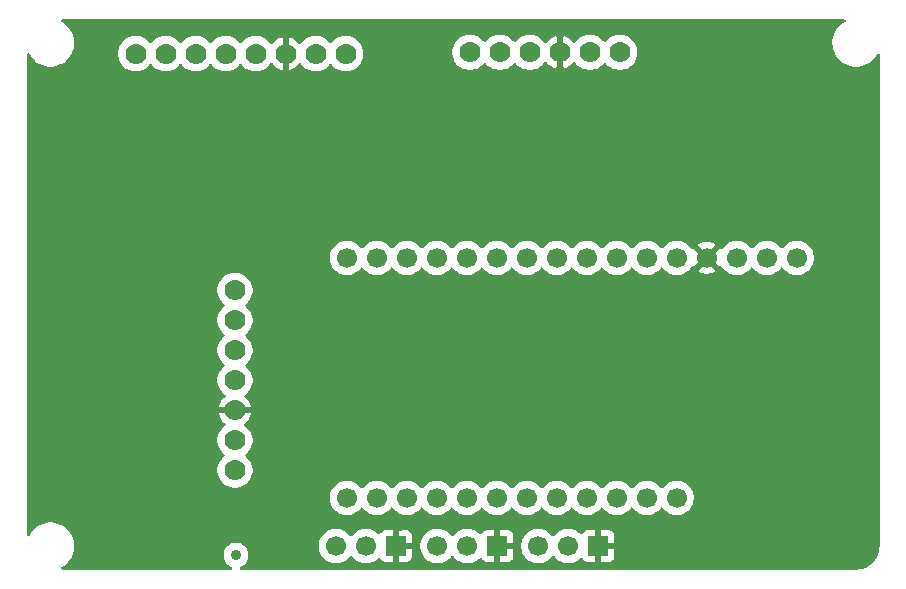
<source format=gbr>
%TF.GenerationSoftware,KiCad,Pcbnew,9.0.7*%
%TF.CreationDate,2026-02-04T13:28:02-08:00*%
%TF.ProjectId,BasicDatalogger,42617369-6344-4617-9461-6c6f67676572,rev?*%
%TF.SameCoordinates,Original*%
%TF.FileFunction,Copper,L2,Inr*%
%TF.FilePolarity,Positive*%
%FSLAX46Y46*%
G04 Gerber Fmt 4.6, Leading zero omitted, Abs format (unit mm)*
G04 Created by KiCad (PCBNEW 9.0.7) date 2026-02-04 13:28:02*
%MOMM*%
%LPD*%
G01*
G04 APERTURE LIST*
%TA.AperFunction,ComponentPad*%
%ADD10R,1.700000X1.700000*%
%TD*%
%TA.AperFunction,ComponentPad*%
%ADD11C,1.700000*%
%TD*%
%TA.AperFunction,ComponentPad*%
%ADD12C,1.778000*%
%TD*%
%TA.AperFunction,ViaPad*%
%ADD13C,0.900000*%
%TD*%
G04 APERTURE END LIST*
D10*
%TO.N,/GND*%
%TO.C,3*%
X105140000Y-74400000D03*
D11*
%TO.N,/PWR*%
X102600000Y-74400000D03*
%TO.N,/S1*%
X100060000Y-74400000D03*
%TD*%
D10*
%TO.N,/GND*%
%TO.C,2*%
X113740000Y-74400000D03*
D11*
%TO.N,/PWR*%
X111200000Y-74400000D03*
%TO.N,/S2*%
X108660000Y-74400000D03*
%TD*%
D10*
%TO.N,/GND*%
%TO.C,1*%
X122280000Y-74400000D03*
D11*
%TO.N,/PWR*%
X119740000Y-74400000D03*
%TO.N,/S3*%
X117200000Y-74400000D03*
%TD*%
%TO.N,unconnected-(U1-RESET-Pad1)*%
%TO.C,U1*%
X139080000Y-50000000D03*
%TO.N,/3V3*%
X136540000Y-50000000D03*
X134000000Y-50000000D03*
%TO.N,/GND*%
X131460000Y-50000000D03*
%TO.N,unconnected-(U1-A0{slash}GPIO26-Pad5)*%
X128920000Y-50000000D03*
%TO.N,unconnected-(U1-A1{slash}GPIO27-Pad6)*%
X126380000Y-50000000D03*
%TO.N,unconnected-(U1-A2{slash}GPIO28-Pad7)*%
X123840000Y-50000000D03*
%TO.N,unconnected-(U1-A3{slash}GPIO29-Pad8)*%
X121300000Y-50000000D03*
%TO.N,unconnected-(U1-D24{slash}GPIO24-Pad9)*%
X118760000Y-50000000D03*
%TO.N,unconnected-(U1-D25{slash}GPIO25-Pad10)*%
X116220000Y-50000000D03*
%TO.N,/SCK*%
X113680000Y-50000000D03*
%TO.N,/MOSI*%
X111140000Y-50000000D03*
%TO.N,/MISO*%
X108600000Y-50000000D03*
%TO.N,/CS*%
X106060000Y-50000000D03*
%TO.N,unconnected-(U1-TX{slash}GPIO0-Pad15)*%
X103520000Y-50000000D03*
%TO.N,unconnected-(U1-D4{slash}GPIO6-Pad16)*%
X100980000Y-50000000D03*
%TO.N,/SDA*%
X100980000Y-70320000D03*
%TO.N,/SCL*%
X103520000Y-70320000D03*
%TO.N,/S1*%
X106060000Y-70320000D03*
%TO.N,/S2*%
X108600000Y-70320000D03*
%TO.N,/S3*%
X111140000Y-70320000D03*
%TO.N,unconnected-(U1-D10{slash}GPIO10-Pad22)*%
X113680000Y-70320000D03*
%TO.N,unconnected-(U1-D11{slash}GPIO11-Pad23)*%
X116220000Y-70320000D03*
%TO.N,unconnected-(U1-D12{slash}GPIO12-Pad24)*%
X118760000Y-70320000D03*
%TO.N,unconnected-(U1-D13{slash}GPIO13-Pad25)*%
X121300000Y-70320000D03*
%TO.N,unconnected-(U1-Vbus-Pad26)*%
X123840000Y-70320000D03*
%TO.N,unconnected-(U1-ENABLE-Pad27)*%
X126380000Y-70320000D03*
%TO.N,unconnected-(U1-VBat-Pad28)*%
X128920000Y-70320000D03*
%TD*%
D12*
%TO.N,/3V3*%
%TO.C,U2*%
X100890000Y-32700000D03*
%TO.N,unconnected-(U2-3Vo-Pad2)*%
X98350000Y-32700000D03*
%TO.N,/GND*%
X95810000Y-32700000D03*
%TO.N,/SCL*%
X93270000Y-32700000D03*
%TO.N,unconnected-(U2-SDO-Pad5)*%
X90730000Y-32700000D03*
%TO.N,/SDA*%
X88190000Y-32700000D03*
%TO.N,unconnected-(U2-CS-Pad7)*%
X85650000Y-32700000D03*
%TO.N,unconnected-(U2-INT-Pad8)*%
X83110000Y-32700000D03*
%TD*%
%TO.N,/3V3*%
%TO.C,U4*%
X91513796Y-67972407D03*
%TO.N,unconnected-(U4-3V3-Pad2)*%
X91513796Y-65432407D03*
%TO.N,/GND*%
X91513796Y-62892407D03*
%TO.N,/SCK*%
X91513796Y-60352407D03*
%TO.N,/MISO*%
X91513796Y-57812407D03*
%TO.N,/MOSI*%
X91513796Y-55272407D03*
%TO.N,/CS*%
X91513796Y-52732407D03*
%TD*%
%TO.N,/3V3*%
%TO.C,U3*%
X124100000Y-32600000D03*
%TO.N,unconnected-(U3-3Vo-Pad2)*%
X121560000Y-32600000D03*
%TO.N,/GND*%
X119020000Y-32600000D03*
%TO.N,/SCL*%
X116480000Y-32600000D03*
%TO.N,/SDA*%
X113940000Y-32600000D03*
%TO.N,unconnected-(U3-INT2-Pad6)*%
X111400000Y-32600000D03*
%TD*%
D13*
%TO.N,/GND*%
X122347526Y-72534769D03*
X124400000Y-74400000D03*
X105530956Y-72712200D03*
X98200000Y-69200000D03*
%TO.N,/PWR*%
X91601578Y-75182415D03*
%TO.N,/GND*%
X89039052Y-75182415D03*
X95600000Y-38000000D03*
X97400000Y-34800000D03*
X111000000Y-35800000D03*
X132156185Y-51613338D03*
X132386662Y-48156185D03*
X109600000Y-63400000D03*
X99200000Y-63800000D03*
X119000000Y-31000000D03*
X80800000Y-34800000D03*
X109800000Y-57200000D03*
X126200000Y-60800000D03*
X129600000Y-52000000D03*
X93200000Y-62800000D03*
X80200000Y-54200000D03*
X97800000Y-53972407D03*
X79600000Y-75000000D03*
X97100000Y-49800000D03*
X88400000Y-38200000D03*
X123600000Y-42000000D03*
X89800000Y-63600000D03*
X84400000Y-68600000D03*
X119000000Y-34200000D03*
%TD*%
%TA.AperFunction,Conductor*%
%TO.N,/GND*%
G36*
X143166501Y-29820185D02*
G01*
X143212256Y-29872989D01*
X143222200Y-29942147D01*
X143193175Y-30005703D01*
X143161462Y-30031887D01*
X142986196Y-30133075D01*
X142778148Y-30292718D01*
X142592718Y-30478148D01*
X142433075Y-30686196D01*
X142301958Y-30913299D01*
X142301953Y-30913309D01*
X142201605Y-31155571D01*
X142201602Y-31155581D01*
X142133730Y-31408884D01*
X142131468Y-31426065D01*
X142099500Y-31668872D01*
X142099500Y-31931127D01*
X142112284Y-32028225D01*
X142133730Y-32191116D01*
X142187823Y-32392993D01*
X142201602Y-32444418D01*
X142201605Y-32444428D01*
X142301953Y-32686690D01*
X142301958Y-32686700D01*
X142433075Y-32913803D01*
X142592718Y-33121851D01*
X142592726Y-33121860D01*
X142778140Y-33307274D01*
X142778148Y-33307281D01*
X142986196Y-33466924D01*
X143213299Y-33598041D01*
X143213309Y-33598046D01*
X143455571Y-33698394D01*
X143455581Y-33698398D01*
X143708884Y-33766270D01*
X143968880Y-33800500D01*
X143968887Y-33800500D01*
X144231113Y-33800500D01*
X144231120Y-33800500D01*
X144491116Y-33766270D01*
X144744419Y-33698398D01*
X144923648Y-33624159D01*
X144986690Y-33598046D01*
X144986691Y-33598045D01*
X144986697Y-33598043D01*
X145213803Y-33466924D01*
X145421851Y-33307282D01*
X145421855Y-33307277D01*
X145421860Y-33307274D01*
X145607274Y-33121860D01*
X145607277Y-33121855D01*
X145607282Y-33121851D01*
X145766924Y-32913803D01*
X145822680Y-32817231D01*
X145868113Y-32738538D01*
X145918679Y-32690322D01*
X145987286Y-32677098D01*
X146052151Y-32703066D01*
X146092680Y-32759980D01*
X146099500Y-32800537D01*
X146099500Y-74395933D01*
X146099235Y-74404043D01*
X146082925Y-74652883D01*
X146080807Y-74668964D01*
X146032954Y-74909535D01*
X146028756Y-74925202D01*
X145949909Y-75157479D01*
X145943702Y-75172465D01*
X145835212Y-75392460D01*
X145827102Y-75406507D01*
X145690825Y-75610460D01*
X145680951Y-75623328D01*
X145519218Y-75807749D01*
X145507749Y-75819218D01*
X145323328Y-75980951D01*
X145310460Y-75990825D01*
X145106507Y-76127102D01*
X145092460Y-76135212D01*
X144872465Y-76243702D01*
X144857479Y-76249909D01*
X144625202Y-76328756D01*
X144609535Y-76332954D01*
X144368964Y-76380807D01*
X144352883Y-76382925D01*
X144104043Y-76399235D01*
X144095933Y-76399500D01*
X92031754Y-76399500D01*
X91964715Y-76379815D01*
X91918960Y-76327011D01*
X91909016Y-76257853D01*
X91938041Y-76194297D01*
X91984301Y-76160939D01*
X92099176Y-76113356D01*
X92271233Y-75998392D01*
X92417555Y-75852070D01*
X92532519Y-75680013D01*
X92611708Y-75488835D01*
X92652078Y-75285880D01*
X92652078Y-75078950D01*
X92611708Y-74875995D01*
X92532519Y-74684817D01*
X92417555Y-74512760D01*
X92417553Y-74512757D01*
X92271235Y-74366439D01*
X92150604Y-74285837D01*
X98609500Y-74285837D01*
X98609500Y-74514162D01*
X98645215Y-74739660D01*
X98715770Y-74956803D01*
X98818020Y-75157479D01*
X98819421Y-75160228D01*
X98953621Y-75344937D01*
X99115063Y-75506379D01*
X99299772Y-75640579D01*
X99377162Y-75680011D01*
X99503196Y-75744229D01*
X99503198Y-75744229D01*
X99503201Y-75744231D01*
X99564253Y-75764068D01*
X99720339Y-75814784D01*
X99945838Y-75850500D01*
X99945843Y-75850500D01*
X100174162Y-75850500D01*
X100399660Y-75814784D01*
X100421311Y-75807749D01*
X100616799Y-75744231D01*
X100820228Y-75640579D01*
X101004937Y-75506379D01*
X101166379Y-75344937D01*
X101229682Y-75257807D01*
X101285012Y-75215143D01*
X101354626Y-75209164D01*
X101416421Y-75241770D01*
X101430315Y-75257804D01*
X101493621Y-75344937D01*
X101655063Y-75506379D01*
X101839772Y-75640579D01*
X101917162Y-75680011D01*
X102043196Y-75744229D01*
X102043198Y-75744229D01*
X102043201Y-75744231D01*
X102104253Y-75764068D01*
X102260339Y-75814784D01*
X102485838Y-75850500D01*
X102485843Y-75850500D01*
X102714162Y-75850500D01*
X102939660Y-75814784D01*
X102961311Y-75807749D01*
X103156799Y-75744231D01*
X103360228Y-75640579D01*
X103544937Y-75506379D01*
X103632135Y-75419180D01*
X103693454Y-75385698D01*
X103763146Y-75390682D01*
X103819080Y-75432553D01*
X103835995Y-75463531D01*
X103846645Y-75492086D01*
X103846649Y-75492093D01*
X103932809Y-75607187D01*
X103932812Y-75607190D01*
X104047906Y-75693350D01*
X104047913Y-75693354D01*
X104182620Y-75743596D01*
X104182627Y-75743598D01*
X104242155Y-75749999D01*
X104242172Y-75750000D01*
X104890000Y-75750000D01*
X104890000Y-74833012D01*
X104947007Y-74865925D01*
X105074174Y-74900000D01*
X105205826Y-74900000D01*
X105332993Y-74865925D01*
X105390000Y-74833012D01*
X105390000Y-75750000D01*
X106037828Y-75750000D01*
X106037844Y-75749999D01*
X106097372Y-75743598D01*
X106097379Y-75743596D01*
X106232086Y-75693354D01*
X106232093Y-75693350D01*
X106347187Y-75607190D01*
X106347190Y-75607187D01*
X106433350Y-75492093D01*
X106433354Y-75492086D01*
X106483596Y-75357379D01*
X106483598Y-75357372D01*
X106489999Y-75297844D01*
X106490000Y-75297827D01*
X106490000Y-74650000D01*
X105573012Y-74650000D01*
X105605925Y-74592993D01*
X105640000Y-74465826D01*
X105640000Y-74334174D01*
X105627048Y-74285837D01*
X107209500Y-74285837D01*
X107209500Y-74514162D01*
X107245215Y-74739660D01*
X107315770Y-74956803D01*
X107418020Y-75157479D01*
X107419421Y-75160228D01*
X107553621Y-75344937D01*
X107715063Y-75506379D01*
X107899772Y-75640579D01*
X107977162Y-75680011D01*
X108103196Y-75744229D01*
X108103198Y-75744229D01*
X108103201Y-75744231D01*
X108164253Y-75764068D01*
X108320339Y-75814784D01*
X108545838Y-75850500D01*
X108545843Y-75850500D01*
X108774162Y-75850500D01*
X108999660Y-75814784D01*
X109021311Y-75807749D01*
X109216799Y-75744231D01*
X109420228Y-75640579D01*
X109604937Y-75506379D01*
X109766379Y-75344937D01*
X109829682Y-75257807D01*
X109885012Y-75215143D01*
X109954626Y-75209164D01*
X110016421Y-75241770D01*
X110030315Y-75257804D01*
X110093621Y-75344937D01*
X110255063Y-75506379D01*
X110439772Y-75640579D01*
X110517162Y-75680011D01*
X110643196Y-75744229D01*
X110643198Y-75744229D01*
X110643201Y-75744231D01*
X110704253Y-75764068D01*
X110860339Y-75814784D01*
X111085838Y-75850500D01*
X111085843Y-75850500D01*
X111314162Y-75850500D01*
X111539660Y-75814784D01*
X111561311Y-75807749D01*
X111756799Y-75744231D01*
X111960228Y-75640579D01*
X112144937Y-75506379D01*
X112232135Y-75419180D01*
X112293454Y-75385698D01*
X112363146Y-75390682D01*
X112419080Y-75432553D01*
X112435995Y-75463531D01*
X112446645Y-75492086D01*
X112446649Y-75492093D01*
X112532809Y-75607187D01*
X112532812Y-75607190D01*
X112647906Y-75693350D01*
X112647913Y-75693354D01*
X112782620Y-75743596D01*
X112782627Y-75743598D01*
X112842155Y-75749999D01*
X112842172Y-75750000D01*
X113490000Y-75750000D01*
X113490000Y-74833012D01*
X113547007Y-74865925D01*
X113674174Y-74900000D01*
X113805826Y-74900000D01*
X113932993Y-74865925D01*
X113990000Y-74833012D01*
X113990000Y-75750000D01*
X114637828Y-75750000D01*
X114637844Y-75749999D01*
X114697372Y-75743598D01*
X114697379Y-75743596D01*
X114832086Y-75693354D01*
X114832093Y-75693350D01*
X114947187Y-75607190D01*
X114947190Y-75607187D01*
X115033350Y-75492093D01*
X115033354Y-75492086D01*
X115083596Y-75357379D01*
X115083598Y-75357372D01*
X115089999Y-75297844D01*
X115090000Y-75297827D01*
X115090000Y-74650000D01*
X114173012Y-74650000D01*
X114205925Y-74592993D01*
X114240000Y-74465826D01*
X114240000Y-74334174D01*
X114227048Y-74285837D01*
X115749500Y-74285837D01*
X115749500Y-74514162D01*
X115785215Y-74739660D01*
X115855770Y-74956803D01*
X115958020Y-75157479D01*
X115959421Y-75160228D01*
X116093621Y-75344937D01*
X116255063Y-75506379D01*
X116439772Y-75640579D01*
X116517162Y-75680011D01*
X116643196Y-75744229D01*
X116643198Y-75744229D01*
X116643201Y-75744231D01*
X116704253Y-75764068D01*
X116860339Y-75814784D01*
X117085838Y-75850500D01*
X117085843Y-75850500D01*
X117314162Y-75850500D01*
X117539660Y-75814784D01*
X117561311Y-75807749D01*
X117756799Y-75744231D01*
X117960228Y-75640579D01*
X118144937Y-75506379D01*
X118306379Y-75344937D01*
X118369682Y-75257807D01*
X118425012Y-75215143D01*
X118494626Y-75209164D01*
X118556421Y-75241770D01*
X118570315Y-75257804D01*
X118633621Y-75344937D01*
X118795063Y-75506379D01*
X118979772Y-75640579D01*
X119057162Y-75680011D01*
X119183196Y-75744229D01*
X119183198Y-75744229D01*
X119183201Y-75744231D01*
X119244253Y-75764068D01*
X119400339Y-75814784D01*
X119625838Y-75850500D01*
X119625843Y-75850500D01*
X119854162Y-75850500D01*
X120079660Y-75814784D01*
X120101311Y-75807749D01*
X120296799Y-75744231D01*
X120500228Y-75640579D01*
X120684937Y-75506379D01*
X120772135Y-75419180D01*
X120833454Y-75385698D01*
X120903146Y-75390682D01*
X120959080Y-75432553D01*
X120975995Y-75463531D01*
X120986645Y-75492086D01*
X120986649Y-75492093D01*
X121072809Y-75607187D01*
X121072812Y-75607190D01*
X121187906Y-75693350D01*
X121187913Y-75693354D01*
X121322620Y-75743596D01*
X121322627Y-75743598D01*
X121382155Y-75749999D01*
X121382172Y-75750000D01*
X122030000Y-75750000D01*
X122030000Y-74833012D01*
X122087007Y-74865925D01*
X122214174Y-74900000D01*
X122345826Y-74900000D01*
X122472993Y-74865925D01*
X122530000Y-74833012D01*
X122530000Y-75750000D01*
X123177828Y-75750000D01*
X123177844Y-75749999D01*
X123237372Y-75743598D01*
X123237379Y-75743596D01*
X123372086Y-75693354D01*
X123372093Y-75693350D01*
X123487187Y-75607190D01*
X123487190Y-75607187D01*
X123573350Y-75492093D01*
X123573354Y-75492086D01*
X123623596Y-75357379D01*
X123623598Y-75357372D01*
X123629999Y-75297844D01*
X123630000Y-75297827D01*
X123630000Y-74650000D01*
X122713012Y-74650000D01*
X122745925Y-74592993D01*
X122780000Y-74465826D01*
X122780000Y-74334174D01*
X122745925Y-74207007D01*
X122713012Y-74150000D01*
X123630000Y-74150000D01*
X123630000Y-73502172D01*
X123629999Y-73502155D01*
X123623598Y-73442627D01*
X123623596Y-73442620D01*
X123573354Y-73307913D01*
X123573350Y-73307906D01*
X123487190Y-73192812D01*
X123487187Y-73192809D01*
X123372093Y-73106649D01*
X123372086Y-73106645D01*
X123237379Y-73056403D01*
X123237372Y-73056401D01*
X123177844Y-73050000D01*
X122530000Y-73050000D01*
X122530000Y-73966988D01*
X122472993Y-73934075D01*
X122345826Y-73900000D01*
X122214174Y-73900000D01*
X122087007Y-73934075D01*
X122030000Y-73966988D01*
X122030000Y-73050000D01*
X121382155Y-73050000D01*
X121322627Y-73056401D01*
X121322620Y-73056403D01*
X121187913Y-73106645D01*
X121187906Y-73106649D01*
X121072812Y-73192809D01*
X121072809Y-73192812D01*
X120986649Y-73307906D01*
X120986643Y-73307918D01*
X120975994Y-73336469D01*
X120934123Y-73392403D01*
X120868658Y-73416819D01*
X120800385Y-73401967D01*
X120772132Y-73380816D01*
X120684938Y-73293622D01*
X120674718Y-73286197D01*
X120500228Y-73159421D01*
X120296803Y-73055770D01*
X120079660Y-72985215D01*
X119854162Y-72949500D01*
X119854157Y-72949500D01*
X119625843Y-72949500D01*
X119625838Y-72949500D01*
X119400339Y-72985215D01*
X119183196Y-73055770D01*
X118979771Y-73159421D01*
X118795061Y-73293622D01*
X118633623Y-73455060D01*
X118633616Y-73455069D01*
X118570317Y-73542191D01*
X118514987Y-73584857D01*
X118445373Y-73590835D01*
X118383579Y-73558228D01*
X118369683Y-73542191D01*
X118306383Y-73455069D01*
X118306379Y-73455063D01*
X118144937Y-73293621D01*
X117960228Y-73159421D01*
X117756803Y-73055770D01*
X117539660Y-72985215D01*
X117314162Y-72949500D01*
X117314157Y-72949500D01*
X117085843Y-72949500D01*
X117085838Y-72949500D01*
X116860339Y-72985215D01*
X116643196Y-73055770D01*
X116439771Y-73159421D01*
X116255061Y-73293622D01*
X116093622Y-73455061D01*
X115959421Y-73639771D01*
X115855770Y-73843196D01*
X115785215Y-74060339D01*
X115749500Y-74285837D01*
X114227048Y-74285837D01*
X114205925Y-74207007D01*
X114173012Y-74150000D01*
X115090000Y-74150000D01*
X115090000Y-73502172D01*
X115089999Y-73502155D01*
X115083598Y-73442627D01*
X115083596Y-73442620D01*
X115033354Y-73307913D01*
X115033350Y-73307906D01*
X114947190Y-73192812D01*
X114947187Y-73192809D01*
X114832093Y-73106649D01*
X114832086Y-73106645D01*
X114697379Y-73056403D01*
X114697372Y-73056401D01*
X114637844Y-73050000D01*
X113990000Y-73050000D01*
X113990000Y-73966988D01*
X113932993Y-73934075D01*
X113805826Y-73900000D01*
X113674174Y-73900000D01*
X113547007Y-73934075D01*
X113490000Y-73966988D01*
X113490000Y-73050000D01*
X112842155Y-73050000D01*
X112782627Y-73056401D01*
X112782620Y-73056403D01*
X112647913Y-73106645D01*
X112647906Y-73106649D01*
X112532812Y-73192809D01*
X112532809Y-73192812D01*
X112446649Y-73307906D01*
X112446643Y-73307918D01*
X112435994Y-73336469D01*
X112394123Y-73392403D01*
X112328658Y-73416819D01*
X112260385Y-73401967D01*
X112232132Y-73380816D01*
X112144938Y-73293622D01*
X112134718Y-73286197D01*
X111960228Y-73159421D01*
X111756803Y-73055770D01*
X111539660Y-72985215D01*
X111314162Y-72949500D01*
X111314157Y-72949500D01*
X111085843Y-72949500D01*
X111085838Y-72949500D01*
X110860339Y-72985215D01*
X110643196Y-73055770D01*
X110439771Y-73159421D01*
X110255061Y-73293622D01*
X110093623Y-73455060D01*
X110093616Y-73455069D01*
X110030317Y-73542191D01*
X109974987Y-73584857D01*
X109905373Y-73590835D01*
X109843579Y-73558228D01*
X109829683Y-73542191D01*
X109766383Y-73455069D01*
X109766379Y-73455063D01*
X109604937Y-73293621D01*
X109420228Y-73159421D01*
X109216803Y-73055770D01*
X108999660Y-72985215D01*
X108774162Y-72949500D01*
X108774157Y-72949500D01*
X108545843Y-72949500D01*
X108545838Y-72949500D01*
X108320339Y-72985215D01*
X108103196Y-73055770D01*
X107899771Y-73159421D01*
X107715061Y-73293622D01*
X107553622Y-73455061D01*
X107419421Y-73639771D01*
X107315770Y-73843196D01*
X107245215Y-74060339D01*
X107209500Y-74285837D01*
X105627048Y-74285837D01*
X105605925Y-74207007D01*
X105573012Y-74150000D01*
X106490000Y-74150000D01*
X106490000Y-73502172D01*
X106489999Y-73502155D01*
X106483598Y-73442627D01*
X106483596Y-73442620D01*
X106433354Y-73307913D01*
X106433350Y-73307906D01*
X106347190Y-73192812D01*
X106347187Y-73192809D01*
X106232093Y-73106649D01*
X106232086Y-73106645D01*
X106097379Y-73056403D01*
X106097372Y-73056401D01*
X106037844Y-73050000D01*
X105390000Y-73050000D01*
X105390000Y-73966988D01*
X105332993Y-73934075D01*
X105205826Y-73900000D01*
X105074174Y-73900000D01*
X104947007Y-73934075D01*
X104890000Y-73966988D01*
X104890000Y-73050000D01*
X104242155Y-73050000D01*
X104182627Y-73056401D01*
X104182620Y-73056403D01*
X104047913Y-73106645D01*
X104047906Y-73106649D01*
X103932812Y-73192809D01*
X103932809Y-73192812D01*
X103846649Y-73307906D01*
X103846643Y-73307918D01*
X103835994Y-73336469D01*
X103794123Y-73392403D01*
X103728658Y-73416819D01*
X103660385Y-73401967D01*
X103632132Y-73380816D01*
X103544938Y-73293622D01*
X103534718Y-73286197D01*
X103360228Y-73159421D01*
X103156803Y-73055770D01*
X102939660Y-72985215D01*
X102714162Y-72949500D01*
X102714157Y-72949500D01*
X102485843Y-72949500D01*
X102485838Y-72949500D01*
X102260339Y-72985215D01*
X102043196Y-73055770D01*
X101839771Y-73159421D01*
X101655061Y-73293622D01*
X101493623Y-73455060D01*
X101493616Y-73455069D01*
X101430317Y-73542191D01*
X101374987Y-73584857D01*
X101305373Y-73590835D01*
X101243579Y-73558228D01*
X101229683Y-73542191D01*
X101166383Y-73455069D01*
X101166379Y-73455063D01*
X101004937Y-73293621D01*
X100820228Y-73159421D01*
X100616803Y-73055770D01*
X100399660Y-72985215D01*
X100174162Y-72949500D01*
X100174157Y-72949500D01*
X99945843Y-72949500D01*
X99945838Y-72949500D01*
X99720339Y-72985215D01*
X99503196Y-73055770D01*
X99299771Y-73159421D01*
X99115061Y-73293622D01*
X98953622Y-73455061D01*
X98819421Y-73639771D01*
X98715770Y-73843196D01*
X98645215Y-74060339D01*
X98609500Y-74285837D01*
X92150604Y-74285837D01*
X92125214Y-74268872D01*
X92099176Y-74251474D01*
X91907998Y-74172285D01*
X91907990Y-74172283D01*
X91705047Y-74131915D01*
X91705043Y-74131915D01*
X91498113Y-74131915D01*
X91498108Y-74131915D01*
X91295165Y-74172283D01*
X91295157Y-74172285D01*
X91103981Y-74251473D01*
X90931920Y-74366439D01*
X90785602Y-74512757D01*
X90670636Y-74684818D01*
X90591448Y-74875994D01*
X90591446Y-74876002D01*
X90551078Y-75078945D01*
X90551078Y-75285884D01*
X90591446Y-75488827D01*
X90591448Y-75488835D01*
X90640472Y-75607190D01*
X90670637Y-75680013D01*
X90726800Y-75764068D01*
X90785602Y-75852072D01*
X90931920Y-75998390D01*
X90931923Y-75998392D01*
X91103980Y-76113356D01*
X91156745Y-76135212D01*
X91218855Y-76160939D01*
X91273258Y-76204780D01*
X91295323Y-76271074D01*
X91278044Y-76338774D01*
X91226907Y-76386384D01*
X91171402Y-76399500D01*
X76900538Y-76399500D01*
X76833499Y-76379815D01*
X76787744Y-76327011D01*
X76777800Y-76257853D01*
X76806825Y-76194297D01*
X76838538Y-76168113D01*
X77013803Y-76066924D01*
X77221851Y-75907282D01*
X77221855Y-75907277D01*
X77221860Y-75907274D01*
X77407274Y-75721860D01*
X77407277Y-75721855D01*
X77407282Y-75721851D01*
X77566924Y-75513803D01*
X77698043Y-75286697D01*
X77698382Y-75285880D01*
X77745294Y-75172624D01*
X77798398Y-75044419D01*
X77866270Y-74791116D01*
X77900500Y-74531120D01*
X77900500Y-74268880D01*
X77866270Y-74008884D01*
X77798398Y-73755581D01*
X77774346Y-73697514D01*
X77698046Y-73513309D01*
X77698041Y-73513299D01*
X77566924Y-73286196D01*
X77407281Y-73078148D01*
X77407274Y-73078140D01*
X77221860Y-72892726D01*
X77221851Y-72892718D01*
X77013803Y-72733075D01*
X76786700Y-72601958D01*
X76786690Y-72601953D01*
X76544428Y-72501605D01*
X76544421Y-72501603D01*
X76544419Y-72501602D01*
X76291116Y-72433730D01*
X76233339Y-72426123D01*
X76031127Y-72399500D01*
X76031120Y-72399500D01*
X75768880Y-72399500D01*
X75768872Y-72399500D01*
X75537772Y-72429926D01*
X75508884Y-72433730D01*
X75255581Y-72501602D01*
X75255571Y-72501605D01*
X75013309Y-72601953D01*
X75013299Y-72601958D01*
X74786196Y-72733075D01*
X74578148Y-72892718D01*
X74392718Y-73078148D01*
X74233075Y-73286196D01*
X74131887Y-73461462D01*
X74081320Y-73509677D01*
X74012713Y-73522901D01*
X73947849Y-73496933D01*
X73907320Y-73440019D01*
X73900500Y-73399462D01*
X73900500Y-70205837D01*
X99529500Y-70205837D01*
X99529500Y-70434162D01*
X99565215Y-70659660D01*
X99635770Y-70876803D01*
X99739421Y-71080228D01*
X99873621Y-71264937D01*
X100035063Y-71426379D01*
X100219772Y-71560579D01*
X100315884Y-71609550D01*
X100423196Y-71664229D01*
X100423198Y-71664229D01*
X100423201Y-71664231D01*
X100539592Y-71702049D01*
X100640339Y-71734784D01*
X100865838Y-71770500D01*
X100865843Y-71770500D01*
X101094162Y-71770500D01*
X101319660Y-71734784D01*
X101536799Y-71664231D01*
X101740228Y-71560579D01*
X101924937Y-71426379D01*
X102086379Y-71264937D01*
X102149682Y-71177807D01*
X102205012Y-71135143D01*
X102274626Y-71129164D01*
X102336421Y-71161770D01*
X102350315Y-71177804D01*
X102413621Y-71264937D01*
X102575063Y-71426379D01*
X102759772Y-71560579D01*
X102855884Y-71609550D01*
X102963196Y-71664229D01*
X102963198Y-71664229D01*
X102963201Y-71664231D01*
X103079592Y-71702049D01*
X103180339Y-71734784D01*
X103405838Y-71770500D01*
X103405843Y-71770500D01*
X103634162Y-71770500D01*
X103859660Y-71734784D01*
X104076799Y-71664231D01*
X104280228Y-71560579D01*
X104464937Y-71426379D01*
X104626379Y-71264937D01*
X104689682Y-71177807D01*
X104745012Y-71135143D01*
X104814626Y-71129164D01*
X104876421Y-71161770D01*
X104890315Y-71177804D01*
X104953621Y-71264937D01*
X105115063Y-71426379D01*
X105299772Y-71560579D01*
X105395884Y-71609550D01*
X105503196Y-71664229D01*
X105503198Y-71664229D01*
X105503201Y-71664231D01*
X105619592Y-71702049D01*
X105720339Y-71734784D01*
X105945838Y-71770500D01*
X105945843Y-71770500D01*
X106174162Y-71770500D01*
X106399660Y-71734784D01*
X106616799Y-71664231D01*
X106820228Y-71560579D01*
X107004937Y-71426379D01*
X107166379Y-71264937D01*
X107229682Y-71177807D01*
X107285012Y-71135143D01*
X107354626Y-71129164D01*
X107416421Y-71161770D01*
X107430315Y-71177804D01*
X107493621Y-71264937D01*
X107655063Y-71426379D01*
X107839772Y-71560579D01*
X107935884Y-71609550D01*
X108043196Y-71664229D01*
X108043198Y-71664229D01*
X108043201Y-71664231D01*
X108159592Y-71702049D01*
X108260339Y-71734784D01*
X108485838Y-71770500D01*
X108485843Y-71770500D01*
X108714162Y-71770500D01*
X108939660Y-71734784D01*
X109156799Y-71664231D01*
X109360228Y-71560579D01*
X109544937Y-71426379D01*
X109706379Y-71264937D01*
X109769682Y-71177807D01*
X109825012Y-71135143D01*
X109894626Y-71129164D01*
X109956421Y-71161770D01*
X109970315Y-71177804D01*
X110033621Y-71264937D01*
X110195063Y-71426379D01*
X110379772Y-71560579D01*
X110475884Y-71609550D01*
X110583196Y-71664229D01*
X110583198Y-71664229D01*
X110583201Y-71664231D01*
X110699592Y-71702049D01*
X110800339Y-71734784D01*
X111025838Y-71770500D01*
X111025843Y-71770500D01*
X111254162Y-71770500D01*
X111479660Y-71734784D01*
X111696799Y-71664231D01*
X111900228Y-71560579D01*
X112084937Y-71426379D01*
X112246379Y-71264937D01*
X112309682Y-71177807D01*
X112365012Y-71135143D01*
X112434626Y-71129164D01*
X112496421Y-71161770D01*
X112510315Y-71177804D01*
X112573621Y-71264937D01*
X112735063Y-71426379D01*
X112919772Y-71560579D01*
X113015884Y-71609550D01*
X113123196Y-71664229D01*
X113123198Y-71664229D01*
X113123201Y-71664231D01*
X113239592Y-71702049D01*
X113340339Y-71734784D01*
X113565838Y-71770500D01*
X113565843Y-71770500D01*
X113794162Y-71770500D01*
X114019660Y-71734784D01*
X114236799Y-71664231D01*
X114440228Y-71560579D01*
X114624937Y-71426379D01*
X114786379Y-71264937D01*
X114849682Y-71177807D01*
X114905012Y-71135143D01*
X114974626Y-71129164D01*
X115036421Y-71161770D01*
X115050315Y-71177804D01*
X115113621Y-71264937D01*
X115275063Y-71426379D01*
X115459772Y-71560579D01*
X115555884Y-71609550D01*
X115663196Y-71664229D01*
X115663198Y-71664229D01*
X115663201Y-71664231D01*
X115779592Y-71702049D01*
X115880339Y-71734784D01*
X116105838Y-71770500D01*
X116105843Y-71770500D01*
X116334162Y-71770500D01*
X116559660Y-71734784D01*
X116776799Y-71664231D01*
X116980228Y-71560579D01*
X117164937Y-71426379D01*
X117326379Y-71264937D01*
X117389682Y-71177807D01*
X117445012Y-71135143D01*
X117514626Y-71129164D01*
X117576421Y-71161770D01*
X117590315Y-71177804D01*
X117653621Y-71264937D01*
X117815063Y-71426379D01*
X117999772Y-71560579D01*
X118095884Y-71609550D01*
X118203196Y-71664229D01*
X118203198Y-71664229D01*
X118203201Y-71664231D01*
X118319592Y-71702049D01*
X118420339Y-71734784D01*
X118645838Y-71770500D01*
X118645843Y-71770500D01*
X118874162Y-71770500D01*
X119099660Y-71734784D01*
X119316799Y-71664231D01*
X119520228Y-71560579D01*
X119704937Y-71426379D01*
X119866379Y-71264937D01*
X119929682Y-71177807D01*
X119985012Y-71135143D01*
X120054626Y-71129164D01*
X120116421Y-71161770D01*
X120130315Y-71177804D01*
X120193621Y-71264937D01*
X120355063Y-71426379D01*
X120539772Y-71560579D01*
X120635884Y-71609550D01*
X120743196Y-71664229D01*
X120743198Y-71664229D01*
X120743201Y-71664231D01*
X120859592Y-71702049D01*
X120960339Y-71734784D01*
X121185838Y-71770500D01*
X121185843Y-71770500D01*
X121414162Y-71770500D01*
X121639660Y-71734784D01*
X121856799Y-71664231D01*
X122060228Y-71560579D01*
X122244937Y-71426379D01*
X122406379Y-71264937D01*
X122469682Y-71177807D01*
X122525012Y-71135143D01*
X122594626Y-71129164D01*
X122656421Y-71161770D01*
X122670315Y-71177804D01*
X122733621Y-71264937D01*
X122895063Y-71426379D01*
X123079772Y-71560579D01*
X123175884Y-71609550D01*
X123283196Y-71664229D01*
X123283198Y-71664229D01*
X123283201Y-71664231D01*
X123399592Y-71702049D01*
X123500339Y-71734784D01*
X123725838Y-71770500D01*
X123725843Y-71770500D01*
X123954162Y-71770500D01*
X124179660Y-71734784D01*
X124396799Y-71664231D01*
X124600228Y-71560579D01*
X124784937Y-71426379D01*
X124946379Y-71264937D01*
X125009682Y-71177807D01*
X125065012Y-71135143D01*
X125134626Y-71129164D01*
X125196421Y-71161770D01*
X125210315Y-71177804D01*
X125273621Y-71264937D01*
X125435063Y-71426379D01*
X125619772Y-71560579D01*
X125715884Y-71609550D01*
X125823196Y-71664229D01*
X125823198Y-71664229D01*
X125823201Y-71664231D01*
X125939592Y-71702049D01*
X126040339Y-71734784D01*
X126265838Y-71770500D01*
X126265843Y-71770500D01*
X126494162Y-71770500D01*
X126719660Y-71734784D01*
X126936799Y-71664231D01*
X127140228Y-71560579D01*
X127324937Y-71426379D01*
X127486379Y-71264937D01*
X127549682Y-71177807D01*
X127605012Y-71135143D01*
X127674626Y-71129164D01*
X127736421Y-71161770D01*
X127750315Y-71177804D01*
X127813621Y-71264937D01*
X127975063Y-71426379D01*
X128159772Y-71560579D01*
X128255884Y-71609550D01*
X128363196Y-71664229D01*
X128363198Y-71664229D01*
X128363201Y-71664231D01*
X128479592Y-71702049D01*
X128580339Y-71734784D01*
X128805838Y-71770500D01*
X128805843Y-71770500D01*
X129034162Y-71770500D01*
X129259660Y-71734784D01*
X129476799Y-71664231D01*
X129680228Y-71560579D01*
X129864937Y-71426379D01*
X130026379Y-71264937D01*
X130160579Y-71080228D01*
X130264231Y-70876799D01*
X130334784Y-70659660D01*
X130370500Y-70434162D01*
X130370500Y-70205837D01*
X130334784Y-69980339D01*
X130264229Y-69763196D01*
X130160578Y-69559771D01*
X130125024Y-69510835D01*
X130026379Y-69375063D01*
X129864937Y-69213621D01*
X129680228Y-69079421D01*
X129476803Y-68975770D01*
X129259660Y-68905215D01*
X129034162Y-68869500D01*
X129034157Y-68869500D01*
X128805843Y-68869500D01*
X128805838Y-68869500D01*
X128580339Y-68905215D01*
X128363196Y-68975770D01*
X128159771Y-69079421D01*
X127975061Y-69213622D01*
X127813623Y-69375060D01*
X127813616Y-69375069D01*
X127750317Y-69462191D01*
X127694987Y-69504857D01*
X127625373Y-69510835D01*
X127563579Y-69478228D01*
X127549683Y-69462191D01*
X127486383Y-69375069D01*
X127486379Y-69375063D01*
X127324937Y-69213621D01*
X127140228Y-69079421D01*
X126936803Y-68975770D01*
X126719660Y-68905215D01*
X126494162Y-68869500D01*
X126494157Y-68869500D01*
X126265843Y-68869500D01*
X126265838Y-68869500D01*
X126040339Y-68905215D01*
X125823196Y-68975770D01*
X125619771Y-69079421D01*
X125435061Y-69213622D01*
X125273623Y-69375060D01*
X125273616Y-69375069D01*
X125210317Y-69462191D01*
X125154987Y-69504857D01*
X125085373Y-69510835D01*
X125023579Y-69478228D01*
X125009683Y-69462191D01*
X124946383Y-69375069D01*
X124946379Y-69375063D01*
X124784937Y-69213621D01*
X124600228Y-69079421D01*
X124396803Y-68975770D01*
X124179660Y-68905215D01*
X123954162Y-68869500D01*
X123954157Y-68869500D01*
X123725843Y-68869500D01*
X123725838Y-68869500D01*
X123500339Y-68905215D01*
X123283196Y-68975770D01*
X123079771Y-69079421D01*
X122895061Y-69213622D01*
X122733623Y-69375060D01*
X122733616Y-69375069D01*
X122670317Y-69462191D01*
X122614987Y-69504857D01*
X122545373Y-69510835D01*
X122483579Y-69478228D01*
X122469683Y-69462191D01*
X122406383Y-69375069D01*
X122406379Y-69375063D01*
X122244937Y-69213621D01*
X122060228Y-69079421D01*
X121856803Y-68975770D01*
X121639660Y-68905215D01*
X121414162Y-68869500D01*
X121414157Y-68869500D01*
X121185843Y-68869500D01*
X121185838Y-68869500D01*
X120960339Y-68905215D01*
X120743196Y-68975770D01*
X120539771Y-69079421D01*
X120355061Y-69213622D01*
X120193623Y-69375060D01*
X120193616Y-69375069D01*
X120130317Y-69462191D01*
X120074987Y-69504857D01*
X120005373Y-69510835D01*
X119943579Y-69478228D01*
X119929683Y-69462191D01*
X119866383Y-69375069D01*
X119866379Y-69375063D01*
X119704937Y-69213621D01*
X119520228Y-69079421D01*
X119316803Y-68975770D01*
X119099660Y-68905215D01*
X118874162Y-68869500D01*
X118874157Y-68869500D01*
X118645843Y-68869500D01*
X118645838Y-68869500D01*
X118420339Y-68905215D01*
X118203196Y-68975770D01*
X117999771Y-69079421D01*
X117815061Y-69213622D01*
X117653623Y-69375060D01*
X117653616Y-69375069D01*
X117590317Y-69462191D01*
X117534987Y-69504857D01*
X117465373Y-69510835D01*
X117403579Y-69478228D01*
X117389683Y-69462191D01*
X117326383Y-69375069D01*
X117326379Y-69375063D01*
X117164937Y-69213621D01*
X116980228Y-69079421D01*
X116776803Y-68975770D01*
X116559660Y-68905215D01*
X116334162Y-68869500D01*
X116334157Y-68869500D01*
X116105843Y-68869500D01*
X116105838Y-68869500D01*
X115880339Y-68905215D01*
X115663196Y-68975770D01*
X115459771Y-69079421D01*
X115275061Y-69213622D01*
X115113623Y-69375060D01*
X115113616Y-69375069D01*
X115050317Y-69462191D01*
X114994987Y-69504857D01*
X114925373Y-69510835D01*
X114863579Y-69478228D01*
X114849683Y-69462191D01*
X114786383Y-69375069D01*
X114786379Y-69375063D01*
X114624937Y-69213621D01*
X114440228Y-69079421D01*
X114236803Y-68975770D01*
X114019660Y-68905215D01*
X113794162Y-68869500D01*
X113794157Y-68869500D01*
X113565843Y-68869500D01*
X113565838Y-68869500D01*
X113340339Y-68905215D01*
X113123196Y-68975770D01*
X112919771Y-69079421D01*
X112735061Y-69213622D01*
X112573623Y-69375060D01*
X112573616Y-69375069D01*
X112510317Y-69462191D01*
X112454987Y-69504857D01*
X112385373Y-69510835D01*
X112323579Y-69478228D01*
X112309683Y-69462191D01*
X112246383Y-69375069D01*
X112246379Y-69375063D01*
X112084937Y-69213621D01*
X111900228Y-69079421D01*
X111696803Y-68975770D01*
X111479660Y-68905215D01*
X111254162Y-68869500D01*
X111254157Y-68869500D01*
X111025843Y-68869500D01*
X111025838Y-68869500D01*
X110800339Y-68905215D01*
X110583196Y-68975770D01*
X110379771Y-69079421D01*
X110195061Y-69213622D01*
X110033623Y-69375060D01*
X110033616Y-69375069D01*
X109970317Y-69462191D01*
X109914987Y-69504857D01*
X109845373Y-69510835D01*
X109783579Y-69478228D01*
X109769683Y-69462191D01*
X109706383Y-69375069D01*
X109706379Y-69375063D01*
X109544937Y-69213621D01*
X109360228Y-69079421D01*
X109156803Y-68975770D01*
X108939660Y-68905215D01*
X108714162Y-68869500D01*
X108714157Y-68869500D01*
X108485843Y-68869500D01*
X108485838Y-68869500D01*
X108260339Y-68905215D01*
X108043196Y-68975770D01*
X107839771Y-69079421D01*
X107655061Y-69213622D01*
X107493623Y-69375060D01*
X107493616Y-69375069D01*
X107430317Y-69462191D01*
X107374987Y-69504857D01*
X107305373Y-69510835D01*
X107243579Y-69478228D01*
X107229683Y-69462191D01*
X107166383Y-69375069D01*
X107166379Y-69375063D01*
X107004937Y-69213621D01*
X106820228Y-69079421D01*
X106616803Y-68975770D01*
X106399660Y-68905215D01*
X106174162Y-68869500D01*
X106174157Y-68869500D01*
X105945843Y-68869500D01*
X105945838Y-68869500D01*
X105720339Y-68905215D01*
X105503196Y-68975770D01*
X105299771Y-69079421D01*
X105115061Y-69213622D01*
X104953623Y-69375060D01*
X104953616Y-69375069D01*
X104890317Y-69462191D01*
X104834987Y-69504857D01*
X104765373Y-69510835D01*
X104703579Y-69478228D01*
X104689683Y-69462191D01*
X104626383Y-69375069D01*
X104626379Y-69375063D01*
X104464937Y-69213621D01*
X104280228Y-69079421D01*
X104076803Y-68975770D01*
X103859660Y-68905215D01*
X103634162Y-68869500D01*
X103634157Y-68869500D01*
X103405843Y-68869500D01*
X103405838Y-68869500D01*
X103180339Y-68905215D01*
X102963196Y-68975770D01*
X102759771Y-69079421D01*
X102575061Y-69213622D01*
X102413623Y-69375060D01*
X102413616Y-69375069D01*
X102350317Y-69462191D01*
X102294987Y-69504857D01*
X102225373Y-69510835D01*
X102163579Y-69478228D01*
X102149683Y-69462191D01*
X102086383Y-69375069D01*
X102086379Y-69375063D01*
X101924937Y-69213621D01*
X101740228Y-69079421D01*
X101536803Y-68975770D01*
X101319660Y-68905215D01*
X101094162Y-68869500D01*
X101094157Y-68869500D01*
X100865843Y-68869500D01*
X100865838Y-68869500D01*
X100640339Y-68905215D01*
X100423196Y-68975770D01*
X100219771Y-69079421D01*
X100035061Y-69213622D01*
X99873622Y-69375061D01*
X99739421Y-69559771D01*
X99635770Y-69763196D01*
X99565215Y-69980339D01*
X99529500Y-70205837D01*
X73900500Y-70205837D01*
X73900500Y-52615175D01*
X90024296Y-52615175D01*
X90024296Y-52849638D01*
X90060971Y-53081199D01*
X90133423Y-53304181D01*
X90239861Y-53513075D01*
X90377669Y-53702751D01*
X90377671Y-53702753D01*
X90543452Y-53868534D01*
X90589637Y-53902090D01*
X90632302Y-53957420D01*
X90638280Y-54027034D01*
X90605673Y-54088828D01*
X90589637Y-54102724D01*
X90543452Y-54136279D01*
X90377671Y-54302060D01*
X90377671Y-54302061D01*
X90377669Y-54302063D01*
X90318485Y-54383521D01*
X90239861Y-54491738D01*
X90133423Y-54700632D01*
X90060971Y-54923614D01*
X90024296Y-55155175D01*
X90024296Y-55389638D01*
X90060971Y-55621199D01*
X90133423Y-55844181D01*
X90239861Y-56053075D01*
X90377669Y-56242751D01*
X90377671Y-56242753D01*
X90543452Y-56408534D01*
X90589637Y-56442090D01*
X90632302Y-56497420D01*
X90638280Y-56567034D01*
X90605673Y-56628828D01*
X90589637Y-56642724D01*
X90543452Y-56676279D01*
X90377671Y-56842060D01*
X90377671Y-56842061D01*
X90377669Y-56842063D01*
X90318485Y-56923521D01*
X90239861Y-57031738D01*
X90133423Y-57240632D01*
X90060971Y-57463614D01*
X90024296Y-57695175D01*
X90024296Y-57929638D01*
X90060971Y-58161199D01*
X90133423Y-58384181D01*
X90239861Y-58593075D01*
X90377669Y-58782751D01*
X90377671Y-58782753D01*
X90543452Y-58948534D01*
X90589637Y-58982090D01*
X90632302Y-59037420D01*
X90638280Y-59107034D01*
X90605673Y-59168828D01*
X90589637Y-59182724D01*
X90543452Y-59216279D01*
X90377671Y-59382060D01*
X90377671Y-59382061D01*
X90377669Y-59382063D01*
X90318485Y-59463521D01*
X90239861Y-59571738D01*
X90133423Y-59780632D01*
X90060971Y-60003614D01*
X90024296Y-60235175D01*
X90024296Y-60469638D01*
X90060971Y-60701199D01*
X90133423Y-60924181D01*
X90239861Y-61133075D01*
X90377669Y-61322751D01*
X90543452Y-61488534D01*
X90672391Y-61582214D01*
X90675126Y-61584201D01*
X90717791Y-61639531D01*
X90723770Y-61709145D01*
X90691164Y-61770940D01*
X90675126Y-61784837D01*
X90608924Y-61832935D01*
X90454324Y-61987535D01*
X90454320Y-61987540D01*
X90325819Y-62164408D01*
X90226558Y-62359215D01*
X90226557Y-62359218D01*
X90158997Y-62567148D01*
X90147078Y-62642407D01*
X91080784Y-62642407D01*
X91047871Y-62699414D01*
X91013796Y-62826581D01*
X91013796Y-62958233D01*
X91047871Y-63085400D01*
X91080784Y-63142407D01*
X90147078Y-63142407D01*
X90158997Y-63217665D01*
X90226557Y-63425595D01*
X90226558Y-63425598D01*
X90325819Y-63620405D01*
X90454320Y-63797273D01*
X90454324Y-63797278D01*
X90608922Y-63951876D01*
X90675125Y-63999975D01*
X90717791Y-64055305D01*
X90723770Y-64124919D01*
X90691165Y-64186714D01*
X90675126Y-64200611D01*
X90543458Y-64296275D01*
X90543449Y-64296282D01*
X90377671Y-64462060D01*
X90377671Y-64462061D01*
X90377669Y-64462063D01*
X90318485Y-64543521D01*
X90239861Y-64651738D01*
X90133423Y-64860632D01*
X90060971Y-65083614D01*
X90024296Y-65315175D01*
X90024296Y-65549638D01*
X90060971Y-65781199D01*
X90133423Y-66004181D01*
X90239861Y-66213075D01*
X90377669Y-66402751D01*
X90377671Y-66402753D01*
X90543452Y-66568534D01*
X90589637Y-66602090D01*
X90632302Y-66657420D01*
X90638280Y-66727034D01*
X90605673Y-66788828D01*
X90589637Y-66802724D01*
X90543452Y-66836279D01*
X90377671Y-67002060D01*
X90377671Y-67002061D01*
X90377669Y-67002063D01*
X90318485Y-67083521D01*
X90239861Y-67191738D01*
X90133423Y-67400632D01*
X90060971Y-67623614D01*
X90024296Y-67855175D01*
X90024296Y-68089638D01*
X90060971Y-68321199D01*
X90133423Y-68544181D01*
X90239861Y-68753075D01*
X90377669Y-68942751D01*
X90543452Y-69108534D01*
X90733128Y-69246342D01*
X90831823Y-69296629D01*
X90942021Y-69352779D01*
X90942023Y-69352779D01*
X90942026Y-69352781D01*
X91061548Y-69391616D01*
X91165003Y-69425231D01*
X91396565Y-69461907D01*
X91396570Y-69461907D01*
X91631027Y-69461907D01*
X91862588Y-69425231D01*
X92085566Y-69352781D01*
X92294464Y-69246342D01*
X92484140Y-69108534D01*
X92649923Y-68942751D01*
X92787731Y-68753075D01*
X92894170Y-68544177D01*
X92966620Y-68321199D01*
X93003296Y-68089638D01*
X93003296Y-67855175D01*
X92966620Y-67623614D01*
X92894168Y-67400632D01*
X92787730Y-67191738D01*
X92649923Y-67002063D01*
X92484140Y-66836280D01*
X92437954Y-66802724D01*
X92395289Y-66747396D01*
X92389310Y-66677782D01*
X92421915Y-66615987D01*
X92437954Y-66602090D01*
X92484140Y-66568534D01*
X92649923Y-66402751D01*
X92787731Y-66213075D01*
X92894170Y-66004177D01*
X92966620Y-65781199D01*
X93003296Y-65549638D01*
X93003296Y-65315175D01*
X92966620Y-65083614D01*
X92894168Y-64860632D01*
X92787730Y-64651738D01*
X92649923Y-64462063D01*
X92484140Y-64296280D01*
X92352465Y-64200612D01*
X92309800Y-64145281D01*
X92303821Y-64075668D01*
X92336427Y-64013873D01*
X92352467Y-63999975D01*
X92418665Y-63951880D01*
X92573267Y-63797278D01*
X92573271Y-63797273D01*
X92701772Y-63620405D01*
X92801033Y-63425598D01*
X92801034Y-63425595D01*
X92868594Y-63217665D01*
X92880514Y-63142407D01*
X91946808Y-63142407D01*
X91979721Y-63085400D01*
X92013796Y-62958233D01*
X92013796Y-62826581D01*
X91979721Y-62699414D01*
X91946808Y-62642407D01*
X92880514Y-62642407D01*
X92868594Y-62567148D01*
X92801034Y-62359218D01*
X92801033Y-62359215D01*
X92701772Y-62164408D01*
X92573271Y-61987540D01*
X92573267Y-61987535D01*
X92418667Y-61832935D01*
X92418662Y-61832931D01*
X92352466Y-61784837D01*
X92309800Y-61729508D01*
X92303821Y-61659894D01*
X92336426Y-61598099D01*
X92352466Y-61584201D01*
X92354946Y-61582398D01*
X92484140Y-61488534D01*
X92649923Y-61322751D01*
X92787731Y-61133075D01*
X92894170Y-60924177D01*
X92966620Y-60701199D01*
X93003296Y-60469638D01*
X93003296Y-60235175D01*
X92966620Y-60003614D01*
X92894168Y-59780632D01*
X92787730Y-59571738D01*
X92649923Y-59382063D01*
X92484140Y-59216280D01*
X92437954Y-59182724D01*
X92395289Y-59127396D01*
X92389310Y-59057782D01*
X92421915Y-58995987D01*
X92437954Y-58982090D01*
X92484140Y-58948534D01*
X92649923Y-58782751D01*
X92787731Y-58593075D01*
X92894170Y-58384177D01*
X92966620Y-58161199D01*
X93003296Y-57929638D01*
X93003296Y-57695175D01*
X92966620Y-57463614D01*
X92894168Y-57240632D01*
X92787730Y-57031738D01*
X92649923Y-56842063D01*
X92484140Y-56676280D01*
X92437954Y-56642724D01*
X92395289Y-56587396D01*
X92389310Y-56517782D01*
X92421915Y-56455987D01*
X92437954Y-56442090D01*
X92484140Y-56408534D01*
X92649923Y-56242751D01*
X92787731Y-56053075D01*
X92894170Y-55844177D01*
X92966620Y-55621199D01*
X93003296Y-55389638D01*
X93003296Y-55155175D01*
X92966620Y-54923614D01*
X92894168Y-54700632D01*
X92787730Y-54491738D01*
X92649923Y-54302063D01*
X92484140Y-54136280D01*
X92437954Y-54102724D01*
X92395289Y-54047396D01*
X92389310Y-53977782D01*
X92421915Y-53915987D01*
X92437954Y-53902090D01*
X92484140Y-53868534D01*
X92649923Y-53702751D01*
X92787731Y-53513075D01*
X92894170Y-53304177D01*
X92966620Y-53081199D01*
X93003296Y-52849638D01*
X93003296Y-52615175D01*
X92966620Y-52383614D01*
X92894168Y-52160632D01*
X92787730Y-51951738D01*
X92649923Y-51762063D01*
X92484140Y-51596280D01*
X92294464Y-51458472D01*
X92208722Y-51414784D01*
X92085570Y-51352034D01*
X91862588Y-51279582D01*
X91631027Y-51242907D01*
X91631022Y-51242907D01*
X91396570Y-51242907D01*
X91396565Y-51242907D01*
X91165003Y-51279582D01*
X90942021Y-51352034D01*
X90733127Y-51458472D01*
X90624910Y-51537096D01*
X90543452Y-51596280D01*
X90543450Y-51596282D01*
X90543449Y-51596282D01*
X90377671Y-51762060D01*
X90377671Y-51762061D01*
X90377669Y-51762063D01*
X90318485Y-51843521D01*
X90239861Y-51951738D01*
X90133423Y-52160632D01*
X90060971Y-52383614D01*
X90024296Y-52615175D01*
X73900500Y-52615175D01*
X73900500Y-49885837D01*
X99529500Y-49885837D01*
X99529500Y-50114162D01*
X99565215Y-50339660D01*
X99635770Y-50556803D01*
X99720795Y-50723672D01*
X99739421Y-50760228D01*
X99873621Y-50944937D01*
X100035063Y-51106379D01*
X100219772Y-51240579D01*
X100296320Y-51279582D01*
X100423196Y-51344229D01*
X100423198Y-51344229D01*
X100423201Y-51344231D01*
X100539592Y-51382049D01*
X100640339Y-51414784D01*
X100865838Y-51450500D01*
X100865843Y-51450500D01*
X101094162Y-51450500D01*
X101319660Y-51414784D01*
X101536799Y-51344231D01*
X101740228Y-51240579D01*
X101924937Y-51106379D01*
X102086379Y-50944937D01*
X102149682Y-50857807D01*
X102205012Y-50815143D01*
X102274626Y-50809164D01*
X102336421Y-50841770D01*
X102350315Y-50857804D01*
X102413621Y-50944937D01*
X102575063Y-51106379D01*
X102759772Y-51240579D01*
X102836320Y-51279582D01*
X102963196Y-51344229D01*
X102963198Y-51344229D01*
X102963201Y-51344231D01*
X103079592Y-51382049D01*
X103180339Y-51414784D01*
X103405838Y-51450500D01*
X103405843Y-51450500D01*
X103634162Y-51450500D01*
X103859660Y-51414784D01*
X104076799Y-51344231D01*
X104280228Y-51240579D01*
X104464937Y-51106379D01*
X104626379Y-50944937D01*
X104689682Y-50857807D01*
X104745012Y-50815143D01*
X104814626Y-50809164D01*
X104876421Y-50841770D01*
X104890315Y-50857804D01*
X104953621Y-50944937D01*
X105115063Y-51106379D01*
X105299772Y-51240579D01*
X105376320Y-51279582D01*
X105503196Y-51344229D01*
X105503198Y-51344229D01*
X105503201Y-51344231D01*
X105619592Y-51382049D01*
X105720339Y-51414784D01*
X105945838Y-51450500D01*
X105945843Y-51450500D01*
X106174162Y-51450500D01*
X106399660Y-51414784D01*
X106616799Y-51344231D01*
X106820228Y-51240579D01*
X107004937Y-51106379D01*
X107166379Y-50944937D01*
X107229682Y-50857807D01*
X107285012Y-50815143D01*
X107354626Y-50809164D01*
X107416421Y-50841770D01*
X107430315Y-50857804D01*
X107493621Y-50944937D01*
X107655063Y-51106379D01*
X107839772Y-51240579D01*
X107916320Y-51279582D01*
X108043196Y-51344229D01*
X108043198Y-51344229D01*
X108043201Y-51344231D01*
X108159592Y-51382049D01*
X108260339Y-51414784D01*
X108485838Y-51450500D01*
X108485843Y-51450500D01*
X108714162Y-51450500D01*
X108939660Y-51414784D01*
X109156799Y-51344231D01*
X109360228Y-51240579D01*
X109544937Y-51106379D01*
X109706379Y-50944937D01*
X109769682Y-50857807D01*
X109825012Y-50815143D01*
X109894626Y-50809164D01*
X109956421Y-50841770D01*
X109970315Y-50857804D01*
X110033621Y-50944937D01*
X110195063Y-51106379D01*
X110379772Y-51240579D01*
X110456320Y-51279582D01*
X110583196Y-51344229D01*
X110583198Y-51344229D01*
X110583201Y-51344231D01*
X110699592Y-51382049D01*
X110800339Y-51414784D01*
X111025838Y-51450500D01*
X111025843Y-51450500D01*
X111254162Y-51450500D01*
X111479660Y-51414784D01*
X111696799Y-51344231D01*
X111900228Y-51240579D01*
X112084937Y-51106379D01*
X112246379Y-50944937D01*
X112309682Y-50857807D01*
X112365012Y-50815143D01*
X112434626Y-50809164D01*
X112496421Y-50841770D01*
X112510315Y-50857804D01*
X112573621Y-50944937D01*
X112735063Y-51106379D01*
X112919772Y-51240579D01*
X112996320Y-51279582D01*
X113123196Y-51344229D01*
X113123198Y-51344229D01*
X113123201Y-51344231D01*
X113239592Y-51382049D01*
X113340339Y-51414784D01*
X113565838Y-51450500D01*
X113565843Y-51450500D01*
X113794162Y-51450500D01*
X114019660Y-51414784D01*
X114236799Y-51344231D01*
X114440228Y-51240579D01*
X114624937Y-51106379D01*
X114786379Y-50944937D01*
X114849682Y-50857807D01*
X114905012Y-50815143D01*
X114974626Y-50809164D01*
X115036421Y-50841770D01*
X115050315Y-50857804D01*
X115113621Y-50944937D01*
X115275063Y-51106379D01*
X115459772Y-51240579D01*
X115536320Y-51279582D01*
X115663196Y-51344229D01*
X115663198Y-51344229D01*
X115663201Y-51344231D01*
X115779592Y-51382049D01*
X115880339Y-51414784D01*
X116105838Y-51450500D01*
X116105843Y-51450500D01*
X116334162Y-51450500D01*
X116559660Y-51414784D01*
X116776799Y-51344231D01*
X116980228Y-51240579D01*
X117164937Y-51106379D01*
X117326379Y-50944937D01*
X117389682Y-50857807D01*
X117445012Y-50815143D01*
X117514626Y-50809164D01*
X117576421Y-50841770D01*
X117590315Y-50857804D01*
X117653621Y-50944937D01*
X117815063Y-51106379D01*
X117999772Y-51240579D01*
X118076320Y-51279582D01*
X118203196Y-51344229D01*
X118203198Y-51344229D01*
X118203201Y-51344231D01*
X118319592Y-51382049D01*
X118420339Y-51414784D01*
X118645838Y-51450500D01*
X118645843Y-51450500D01*
X118874162Y-51450500D01*
X119099660Y-51414784D01*
X119316799Y-51344231D01*
X119520228Y-51240579D01*
X119704937Y-51106379D01*
X119866379Y-50944937D01*
X119929682Y-50857807D01*
X119985012Y-50815143D01*
X120054626Y-50809164D01*
X120116421Y-50841770D01*
X120130315Y-50857804D01*
X120193621Y-50944937D01*
X120355063Y-51106379D01*
X120539772Y-51240579D01*
X120616320Y-51279582D01*
X120743196Y-51344229D01*
X120743198Y-51344229D01*
X120743201Y-51344231D01*
X120859592Y-51382049D01*
X120960339Y-51414784D01*
X121185838Y-51450500D01*
X121185843Y-51450500D01*
X121414162Y-51450500D01*
X121639660Y-51414784D01*
X121856799Y-51344231D01*
X122060228Y-51240579D01*
X122244937Y-51106379D01*
X122406379Y-50944937D01*
X122469682Y-50857807D01*
X122525012Y-50815143D01*
X122594626Y-50809164D01*
X122656421Y-50841770D01*
X122670315Y-50857804D01*
X122733621Y-50944937D01*
X122895063Y-51106379D01*
X123079772Y-51240579D01*
X123156320Y-51279582D01*
X123283196Y-51344229D01*
X123283198Y-51344229D01*
X123283201Y-51344231D01*
X123399592Y-51382049D01*
X123500339Y-51414784D01*
X123725838Y-51450500D01*
X123725843Y-51450500D01*
X123954162Y-51450500D01*
X124179660Y-51414784D01*
X124396799Y-51344231D01*
X124600228Y-51240579D01*
X124784937Y-51106379D01*
X124946379Y-50944937D01*
X125009682Y-50857807D01*
X125065012Y-50815143D01*
X125134626Y-50809164D01*
X125196421Y-50841770D01*
X125210315Y-50857804D01*
X125273621Y-50944937D01*
X125435063Y-51106379D01*
X125619772Y-51240579D01*
X125696320Y-51279582D01*
X125823196Y-51344229D01*
X125823198Y-51344229D01*
X125823201Y-51344231D01*
X125939592Y-51382049D01*
X126040339Y-51414784D01*
X126265838Y-51450500D01*
X126265843Y-51450500D01*
X126494162Y-51450500D01*
X126719660Y-51414784D01*
X126936799Y-51344231D01*
X127140228Y-51240579D01*
X127324937Y-51106379D01*
X127486379Y-50944937D01*
X127549682Y-50857807D01*
X127605012Y-50815143D01*
X127674626Y-50809164D01*
X127736421Y-50841770D01*
X127750315Y-50857804D01*
X127813621Y-50944937D01*
X127975063Y-51106379D01*
X128159772Y-51240579D01*
X128236320Y-51279582D01*
X128363196Y-51344229D01*
X128363198Y-51344229D01*
X128363201Y-51344231D01*
X128479592Y-51382049D01*
X128580339Y-51414784D01*
X128805838Y-51450500D01*
X128805843Y-51450500D01*
X129034162Y-51450500D01*
X129259660Y-51414784D01*
X129476799Y-51344231D01*
X129680228Y-51240579D01*
X129864937Y-51106379D01*
X130026379Y-50944937D01*
X130151796Y-50772316D01*
X130207124Y-50729653D01*
X130276738Y-50723674D01*
X130338532Y-50756280D01*
X130343134Y-50761591D01*
X130344728Y-50761716D01*
X130977037Y-50129408D01*
X130994075Y-50192993D01*
X131059901Y-50307007D01*
X131152993Y-50400099D01*
X131267007Y-50465925D01*
X131330590Y-50482962D01*
X130698282Y-51115269D01*
X130698282Y-51115270D01*
X130752449Y-51154624D01*
X130941782Y-51251095D01*
X131143870Y-51316757D01*
X131353754Y-51350000D01*
X131566246Y-51350000D01*
X131776127Y-51316757D01*
X131776130Y-51316757D01*
X131978217Y-51251095D01*
X132167554Y-51154622D01*
X132221716Y-51115270D01*
X132221717Y-51115270D01*
X131589408Y-50482962D01*
X131652993Y-50465925D01*
X131767007Y-50400099D01*
X131860099Y-50307007D01*
X131925925Y-50192993D01*
X131942962Y-50129409D01*
X132575270Y-50761717D01*
X132582002Y-50761187D01*
X132622896Y-50729653D01*
X132692509Y-50723672D01*
X132754305Y-50756277D01*
X132768204Y-50772317D01*
X132893621Y-50944937D01*
X133055063Y-51106379D01*
X133239772Y-51240579D01*
X133316320Y-51279582D01*
X133443196Y-51344229D01*
X133443198Y-51344229D01*
X133443201Y-51344231D01*
X133559592Y-51382049D01*
X133660339Y-51414784D01*
X133885838Y-51450500D01*
X133885843Y-51450500D01*
X134114162Y-51450500D01*
X134339660Y-51414784D01*
X134556799Y-51344231D01*
X134760228Y-51240579D01*
X134944937Y-51106379D01*
X135106379Y-50944937D01*
X135169682Y-50857807D01*
X135225012Y-50815143D01*
X135294626Y-50809164D01*
X135356421Y-50841770D01*
X135370315Y-50857804D01*
X135433621Y-50944937D01*
X135595063Y-51106379D01*
X135779772Y-51240579D01*
X135856320Y-51279582D01*
X135983196Y-51344229D01*
X135983198Y-51344229D01*
X135983201Y-51344231D01*
X136099592Y-51382049D01*
X136200339Y-51414784D01*
X136425838Y-51450500D01*
X136425843Y-51450500D01*
X136654162Y-51450500D01*
X136879660Y-51414784D01*
X137096799Y-51344231D01*
X137300228Y-51240579D01*
X137484937Y-51106379D01*
X137646379Y-50944937D01*
X137709682Y-50857807D01*
X137765012Y-50815143D01*
X137834626Y-50809164D01*
X137896421Y-50841770D01*
X137910315Y-50857804D01*
X137973621Y-50944937D01*
X138135063Y-51106379D01*
X138319772Y-51240579D01*
X138396320Y-51279582D01*
X138523196Y-51344229D01*
X138523198Y-51344229D01*
X138523201Y-51344231D01*
X138639592Y-51382049D01*
X138740339Y-51414784D01*
X138965838Y-51450500D01*
X138965843Y-51450500D01*
X139194162Y-51450500D01*
X139419660Y-51414784D01*
X139636799Y-51344231D01*
X139840228Y-51240579D01*
X140024937Y-51106379D01*
X140186379Y-50944937D01*
X140320579Y-50760228D01*
X140424231Y-50556799D01*
X140494784Y-50339660D01*
X140518014Y-50192993D01*
X140530500Y-50114162D01*
X140530500Y-49885837D01*
X140494784Y-49660339D01*
X140424229Y-49443196D01*
X140339203Y-49276324D01*
X140320579Y-49239772D01*
X140186379Y-49055063D01*
X140024937Y-48893621D01*
X139840228Y-48759421D01*
X139819587Y-48748904D01*
X139636803Y-48655770D01*
X139419660Y-48585215D01*
X139194162Y-48549500D01*
X139194157Y-48549500D01*
X138965843Y-48549500D01*
X138965838Y-48549500D01*
X138740339Y-48585215D01*
X138523196Y-48655770D01*
X138319771Y-48759421D01*
X138135061Y-48893622D01*
X137973623Y-49055060D01*
X137973616Y-49055069D01*
X137910317Y-49142191D01*
X137854987Y-49184857D01*
X137785373Y-49190835D01*
X137723579Y-49158228D01*
X137709683Y-49142191D01*
X137646383Y-49055069D01*
X137646379Y-49055063D01*
X137484937Y-48893621D01*
X137300228Y-48759421D01*
X137279587Y-48748904D01*
X137096803Y-48655770D01*
X136879660Y-48585215D01*
X136654162Y-48549500D01*
X136654157Y-48549500D01*
X136425843Y-48549500D01*
X136425838Y-48549500D01*
X136200339Y-48585215D01*
X135983196Y-48655770D01*
X135779771Y-48759421D01*
X135595061Y-48893622D01*
X135433623Y-49055060D01*
X135433616Y-49055069D01*
X135370317Y-49142191D01*
X135314987Y-49184857D01*
X135245373Y-49190835D01*
X135183579Y-49158228D01*
X135169683Y-49142191D01*
X135106383Y-49055069D01*
X135106379Y-49055063D01*
X134944937Y-48893621D01*
X134760228Y-48759421D01*
X134739587Y-48748904D01*
X134556803Y-48655770D01*
X134339660Y-48585215D01*
X134114162Y-48549500D01*
X134114157Y-48549500D01*
X133885843Y-48549500D01*
X133885838Y-48549500D01*
X133660339Y-48585215D01*
X133443196Y-48655770D01*
X133239771Y-48759421D01*
X133055061Y-48893622D01*
X132893622Y-49055061D01*
X132768205Y-49227682D01*
X132712874Y-49270347D01*
X132643261Y-49276326D01*
X132581466Y-49243720D01*
X132576862Y-49238407D01*
X132575269Y-49238282D01*
X131942962Y-49870590D01*
X131925925Y-49807007D01*
X131860099Y-49692993D01*
X131767007Y-49599901D01*
X131652993Y-49534075D01*
X131589409Y-49517037D01*
X132221716Y-48884728D01*
X132167550Y-48845375D01*
X131978217Y-48748904D01*
X131776129Y-48683242D01*
X131566246Y-48650000D01*
X131353754Y-48650000D01*
X131143872Y-48683242D01*
X131143869Y-48683242D01*
X130941782Y-48748904D01*
X130752439Y-48845380D01*
X130698282Y-48884727D01*
X130698282Y-48884728D01*
X131330591Y-49517037D01*
X131267007Y-49534075D01*
X131152993Y-49599901D01*
X131059901Y-49692993D01*
X130994075Y-49807007D01*
X130977037Y-49870591D01*
X130344728Y-49238282D01*
X130337992Y-49238812D01*
X130297100Y-49270345D01*
X130227487Y-49276324D01*
X130165692Y-49243718D01*
X130151794Y-49227680D01*
X130026383Y-49055069D01*
X130026379Y-49055063D01*
X129864937Y-48893621D01*
X129680228Y-48759421D01*
X129659587Y-48748904D01*
X129476803Y-48655770D01*
X129259660Y-48585215D01*
X129034162Y-48549500D01*
X129034157Y-48549500D01*
X128805843Y-48549500D01*
X128805838Y-48549500D01*
X128580339Y-48585215D01*
X128363196Y-48655770D01*
X128159771Y-48759421D01*
X127975061Y-48893622D01*
X127813623Y-49055060D01*
X127813616Y-49055069D01*
X127750317Y-49142191D01*
X127694987Y-49184857D01*
X127625373Y-49190835D01*
X127563579Y-49158228D01*
X127549683Y-49142191D01*
X127486383Y-49055069D01*
X127486379Y-49055063D01*
X127324937Y-48893621D01*
X127140228Y-48759421D01*
X127119587Y-48748904D01*
X126936803Y-48655770D01*
X126719660Y-48585215D01*
X126494162Y-48549500D01*
X126494157Y-48549500D01*
X126265843Y-48549500D01*
X126265838Y-48549500D01*
X126040339Y-48585215D01*
X125823196Y-48655770D01*
X125619771Y-48759421D01*
X125435061Y-48893622D01*
X125273623Y-49055060D01*
X125273616Y-49055069D01*
X125210317Y-49142191D01*
X125154987Y-49184857D01*
X125085373Y-49190835D01*
X125023579Y-49158228D01*
X125009683Y-49142191D01*
X124946383Y-49055069D01*
X124946379Y-49055063D01*
X124784937Y-48893621D01*
X124600228Y-48759421D01*
X124579587Y-48748904D01*
X124396803Y-48655770D01*
X124179660Y-48585215D01*
X123954162Y-48549500D01*
X123954157Y-48549500D01*
X123725843Y-48549500D01*
X123725838Y-48549500D01*
X123500339Y-48585215D01*
X123283196Y-48655770D01*
X123079771Y-48759421D01*
X122895061Y-48893622D01*
X122733623Y-49055060D01*
X122733616Y-49055069D01*
X122670317Y-49142191D01*
X122614987Y-49184857D01*
X122545373Y-49190835D01*
X122483579Y-49158228D01*
X122469683Y-49142191D01*
X122406383Y-49055069D01*
X122406379Y-49055063D01*
X122244937Y-48893621D01*
X122060228Y-48759421D01*
X122039587Y-48748904D01*
X121856803Y-48655770D01*
X121639660Y-48585215D01*
X121414162Y-48549500D01*
X121414157Y-48549500D01*
X121185843Y-48549500D01*
X121185838Y-48549500D01*
X120960339Y-48585215D01*
X120743196Y-48655770D01*
X120539771Y-48759421D01*
X120355061Y-48893622D01*
X120193623Y-49055060D01*
X120193616Y-49055069D01*
X120130317Y-49142191D01*
X120074987Y-49184857D01*
X120005373Y-49190835D01*
X119943579Y-49158228D01*
X119929683Y-49142191D01*
X119866383Y-49055069D01*
X119866379Y-49055063D01*
X119704937Y-48893621D01*
X119520228Y-48759421D01*
X119499587Y-48748904D01*
X119316803Y-48655770D01*
X119099660Y-48585215D01*
X118874162Y-48549500D01*
X118874157Y-48549500D01*
X118645843Y-48549500D01*
X118645838Y-48549500D01*
X118420339Y-48585215D01*
X118203196Y-48655770D01*
X117999771Y-48759421D01*
X117815061Y-48893622D01*
X117653623Y-49055060D01*
X117653616Y-49055069D01*
X117590317Y-49142191D01*
X117534987Y-49184857D01*
X117465373Y-49190835D01*
X117403579Y-49158228D01*
X117389683Y-49142191D01*
X117326383Y-49055069D01*
X117326379Y-49055063D01*
X117164937Y-48893621D01*
X116980228Y-48759421D01*
X116959587Y-48748904D01*
X116776803Y-48655770D01*
X116559660Y-48585215D01*
X116334162Y-48549500D01*
X116334157Y-48549500D01*
X116105843Y-48549500D01*
X116105838Y-48549500D01*
X115880339Y-48585215D01*
X115663196Y-48655770D01*
X115459771Y-48759421D01*
X115275061Y-48893622D01*
X115113623Y-49055060D01*
X115113616Y-49055069D01*
X115050317Y-49142191D01*
X114994987Y-49184857D01*
X114925373Y-49190835D01*
X114863579Y-49158228D01*
X114849683Y-49142191D01*
X114786383Y-49055069D01*
X114786379Y-49055063D01*
X114624937Y-48893621D01*
X114440228Y-48759421D01*
X114419587Y-48748904D01*
X114236803Y-48655770D01*
X114019660Y-48585215D01*
X113794162Y-48549500D01*
X113794157Y-48549500D01*
X113565843Y-48549500D01*
X113565838Y-48549500D01*
X113340339Y-48585215D01*
X113123196Y-48655770D01*
X112919771Y-48759421D01*
X112735061Y-48893622D01*
X112573623Y-49055060D01*
X112573616Y-49055069D01*
X112510317Y-49142191D01*
X112454987Y-49184857D01*
X112385373Y-49190835D01*
X112323579Y-49158228D01*
X112309683Y-49142191D01*
X112246383Y-49055069D01*
X112246379Y-49055063D01*
X112084937Y-48893621D01*
X111900228Y-48759421D01*
X111879587Y-48748904D01*
X111696803Y-48655770D01*
X111479660Y-48585215D01*
X111254162Y-48549500D01*
X111254157Y-48549500D01*
X111025843Y-48549500D01*
X111025838Y-48549500D01*
X110800339Y-48585215D01*
X110583196Y-48655770D01*
X110379771Y-48759421D01*
X110195061Y-48893622D01*
X110033623Y-49055060D01*
X110033616Y-49055069D01*
X109970317Y-49142191D01*
X109914987Y-49184857D01*
X109845373Y-49190835D01*
X109783579Y-49158228D01*
X109769683Y-49142191D01*
X109706383Y-49055069D01*
X109706379Y-49055063D01*
X109544937Y-48893621D01*
X109360228Y-48759421D01*
X109339587Y-48748904D01*
X109156803Y-48655770D01*
X108939660Y-48585215D01*
X108714162Y-48549500D01*
X108714157Y-48549500D01*
X108485843Y-48549500D01*
X108485838Y-48549500D01*
X108260339Y-48585215D01*
X108043196Y-48655770D01*
X107839771Y-48759421D01*
X107655061Y-48893622D01*
X107493623Y-49055060D01*
X107493616Y-49055069D01*
X107430317Y-49142191D01*
X107374987Y-49184857D01*
X107305373Y-49190835D01*
X107243579Y-49158228D01*
X107229683Y-49142191D01*
X107166383Y-49055069D01*
X107166379Y-49055063D01*
X107004937Y-48893621D01*
X106820228Y-48759421D01*
X106799587Y-48748904D01*
X106616803Y-48655770D01*
X106399660Y-48585215D01*
X106174162Y-48549500D01*
X106174157Y-48549500D01*
X105945843Y-48549500D01*
X105945838Y-48549500D01*
X105720339Y-48585215D01*
X105503196Y-48655770D01*
X105299771Y-48759421D01*
X105115061Y-48893622D01*
X104953623Y-49055060D01*
X104953616Y-49055069D01*
X104890317Y-49142191D01*
X104834987Y-49184857D01*
X104765373Y-49190835D01*
X104703579Y-49158228D01*
X104689683Y-49142191D01*
X104626383Y-49055069D01*
X104626379Y-49055063D01*
X104464937Y-48893621D01*
X104280228Y-48759421D01*
X104259587Y-48748904D01*
X104076803Y-48655770D01*
X103859660Y-48585215D01*
X103634162Y-48549500D01*
X103634157Y-48549500D01*
X103405843Y-48549500D01*
X103405838Y-48549500D01*
X103180339Y-48585215D01*
X102963196Y-48655770D01*
X102759771Y-48759421D01*
X102575061Y-48893622D01*
X102413623Y-49055060D01*
X102413616Y-49055069D01*
X102350317Y-49142191D01*
X102294987Y-49184857D01*
X102225373Y-49190835D01*
X102163579Y-49158228D01*
X102149683Y-49142191D01*
X102086383Y-49055069D01*
X102086379Y-49055063D01*
X101924937Y-48893621D01*
X101740228Y-48759421D01*
X101719587Y-48748904D01*
X101536803Y-48655770D01*
X101319660Y-48585215D01*
X101094162Y-48549500D01*
X101094157Y-48549500D01*
X100865843Y-48549500D01*
X100865838Y-48549500D01*
X100640339Y-48585215D01*
X100423196Y-48655770D01*
X100219771Y-48759421D01*
X100035061Y-48893622D01*
X99873622Y-49055061D01*
X99739421Y-49239771D01*
X99635770Y-49443196D01*
X99565215Y-49660339D01*
X99529500Y-49885837D01*
X73900500Y-49885837D01*
X73900500Y-32800537D01*
X73920185Y-32733498D01*
X73972989Y-32687743D01*
X74042147Y-32677799D01*
X74105703Y-32706824D01*
X74131887Y-32738538D01*
X74233072Y-32913798D01*
X74233074Y-32913802D01*
X74392718Y-33121851D01*
X74392726Y-33121860D01*
X74578140Y-33307274D01*
X74578148Y-33307281D01*
X74786196Y-33466924D01*
X75013299Y-33598041D01*
X75013309Y-33598046D01*
X75255571Y-33698394D01*
X75255581Y-33698398D01*
X75508884Y-33766270D01*
X75768880Y-33800500D01*
X75768887Y-33800500D01*
X76031113Y-33800500D01*
X76031120Y-33800500D01*
X76291116Y-33766270D01*
X76544419Y-33698398D01*
X76723648Y-33624159D01*
X76786690Y-33598046D01*
X76786691Y-33598045D01*
X76786697Y-33598043D01*
X77013803Y-33466924D01*
X77221851Y-33307282D01*
X77221855Y-33307277D01*
X77221860Y-33307274D01*
X77407274Y-33121860D01*
X77407277Y-33121855D01*
X77407282Y-33121851D01*
X77566924Y-32913803D01*
X77698043Y-32686697D01*
X77741092Y-32582768D01*
X81620500Y-32582768D01*
X81620500Y-32817231D01*
X81657175Y-33048792D01*
X81729627Y-33271774D01*
X81814665Y-33438669D01*
X81836065Y-33480668D01*
X81973873Y-33670344D01*
X82139656Y-33836127D01*
X82329332Y-33973935D01*
X82355439Y-33987237D01*
X82538225Y-34080372D01*
X82538227Y-34080372D01*
X82538230Y-34080374D01*
X82657752Y-34119209D01*
X82761207Y-34152824D01*
X82992769Y-34189500D01*
X82992774Y-34189500D01*
X83227231Y-34189500D01*
X83458792Y-34152824D01*
X83681770Y-34080374D01*
X83890668Y-33973935D01*
X84080344Y-33836127D01*
X84246127Y-33670344D01*
X84279682Y-33624158D01*
X84335011Y-33581493D01*
X84404625Y-33575514D01*
X84466420Y-33608119D01*
X84480315Y-33624155D01*
X84513873Y-33670344D01*
X84679656Y-33836127D01*
X84869332Y-33973935D01*
X84895439Y-33987237D01*
X85078225Y-34080372D01*
X85078227Y-34080372D01*
X85078230Y-34080374D01*
X85197752Y-34119209D01*
X85301207Y-34152824D01*
X85532769Y-34189500D01*
X85532774Y-34189500D01*
X85767231Y-34189500D01*
X85998792Y-34152824D01*
X86221770Y-34080374D01*
X86430668Y-33973935D01*
X86620344Y-33836127D01*
X86786127Y-33670344D01*
X86819682Y-33624158D01*
X86875011Y-33581493D01*
X86944625Y-33575514D01*
X87006420Y-33608119D01*
X87020315Y-33624155D01*
X87053873Y-33670344D01*
X87219656Y-33836127D01*
X87409332Y-33973935D01*
X87435439Y-33987237D01*
X87618225Y-34080372D01*
X87618227Y-34080372D01*
X87618230Y-34080374D01*
X87737752Y-34119209D01*
X87841207Y-34152824D01*
X88072769Y-34189500D01*
X88072774Y-34189500D01*
X88307231Y-34189500D01*
X88538792Y-34152824D01*
X88761770Y-34080374D01*
X88970668Y-33973935D01*
X89160344Y-33836127D01*
X89326127Y-33670344D01*
X89359682Y-33624158D01*
X89415011Y-33581493D01*
X89484625Y-33575514D01*
X89546420Y-33608119D01*
X89560315Y-33624155D01*
X89593873Y-33670344D01*
X89759656Y-33836127D01*
X89949332Y-33973935D01*
X89975439Y-33987237D01*
X90158225Y-34080372D01*
X90158227Y-34080372D01*
X90158230Y-34080374D01*
X90277752Y-34119209D01*
X90381207Y-34152824D01*
X90612769Y-34189500D01*
X90612774Y-34189500D01*
X90847231Y-34189500D01*
X91078792Y-34152824D01*
X91301770Y-34080374D01*
X91510668Y-33973935D01*
X91700344Y-33836127D01*
X91866127Y-33670344D01*
X91899682Y-33624158D01*
X91955011Y-33581493D01*
X92024625Y-33575514D01*
X92086420Y-33608119D01*
X92100315Y-33624155D01*
X92133873Y-33670344D01*
X92299656Y-33836127D01*
X92489332Y-33973935D01*
X92515439Y-33987237D01*
X92698225Y-34080372D01*
X92698227Y-34080372D01*
X92698230Y-34080374D01*
X92817752Y-34119209D01*
X92921207Y-34152824D01*
X93152769Y-34189500D01*
X93152774Y-34189500D01*
X93387231Y-34189500D01*
X93618792Y-34152824D01*
X93841770Y-34080374D01*
X94050668Y-33973935D01*
X94240344Y-33836127D01*
X94406127Y-33670344D01*
X94501795Y-33538669D01*
X94557124Y-33496004D01*
X94626737Y-33490025D01*
X94688532Y-33522631D01*
X94702430Y-33538670D01*
X94750524Y-33604866D01*
X94750528Y-33604871D01*
X94905128Y-33759471D01*
X94905133Y-33759475D01*
X95082001Y-33887976D01*
X95276808Y-33987237D01*
X95276811Y-33987238D01*
X95484739Y-34054797D01*
X95559999Y-34066717D01*
X95560000Y-34066717D01*
X95560000Y-33133012D01*
X95617007Y-33165925D01*
X95744174Y-33200000D01*
X95875826Y-33200000D01*
X96002993Y-33165925D01*
X96060000Y-33133012D01*
X96060000Y-34066717D01*
X96135258Y-34054797D01*
X96135261Y-34054797D01*
X96343188Y-33987238D01*
X96343191Y-33987237D01*
X96537998Y-33887976D01*
X96714866Y-33759475D01*
X96714871Y-33759471D01*
X96869473Y-33604869D01*
X96917568Y-33538671D01*
X96972897Y-33496004D01*
X97042511Y-33490024D01*
X97104306Y-33522630D01*
X97118205Y-33538669D01*
X97141219Y-33570345D01*
X97213873Y-33670344D01*
X97379656Y-33836127D01*
X97569332Y-33973935D01*
X97595439Y-33987237D01*
X97778225Y-34080372D01*
X97778227Y-34080372D01*
X97778230Y-34080374D01*
X97897752Y-34119209D01*
X98001207Y-34152824D01*
X98232769Y-34189500D01*
X98232774Y-34189500D01*
X98467231Y-34189500D01*
X98698792Y-34152824D01*
X98921770Y-34080374D01*
X99130668Y-33973935D01*
X99320344Y-33836127D01*
X99486127Y-33670344D01*
X99519682Y-33624158D01*
X99575011Y-33581493D01*
X99644625Y-33575514D01*
X99706420Y-33608119D01*
X99720315Y-33624155D01*
X99753873Y-33670344D01*
X99919656Y-33836127D01*
X100109332Y-33973935D01*
X100135439Y-33987237D01*
X100318225Y-34080372D01*
X100318227Y-34080372D01*
X100318230Y-34080374D01*
X100437752Y-34119209D01*
X100541207Y-34152824D01*
X100772769Y-34189500D01*
X100772774Y-34189500D01*
X101007231Y-34189500D01*
X101238792Y-34152824D01*
X101461770Y-34080374D01*
X101670668Y-33973935D01*
X101860344Y-33836127D01*
X102026127Y-33670344D01*
X102163935Y-33480668D01*
X102270374Y-33271770D01*
X102342824Y-33048792D01*
X102350536Y-33000099D01*
X102379500Y-32817231D01*
X102379500Y-32582768D01*
X102365963Y-32497300D01*
X102363661Y-32482768D01*
X109910500Y-32482768D01*
X109910500Y-32717231D01*
X109947175Y-32948792D01*
X110019627Y-33171774D01*
X110088672Y-33307281D01*
X110126065Y-33380668D01*
X110263873Y-33570344D01*
X110429656Y-33736127D01*
X110619332Y-33873935D01*
X110718027Y-33924222D01*
X110828225Y-33980372D01*
X110828227Y-33980372D01*
X110828230Y-33980374D01*
X110947752Y-34019209D01*
X111051207Y-34052824D01*
X111282769Y-34089500D01*
X111282774Y-34089500D01*
X111517231Y-34089500D01*
X111748792Y-34052824D01*
X111971770Y-33980374D01*
X112180668Y-33873935D01*
X112370344Y-33736127D01*
X112536127Y-33570344D01*
X112569682Y-33524158D01*
X112625011Y-33481493D01*
X112694625Y-33475514D01*
X112756420Y-33508119D01*
X112770315Y-33524155D01*
X112803873Y-33570344D01*
X112969656Y-33736127D01*
X113159332Y-33873935D01*
X113258027Y-33924222D01*
X113368225Y-33980372D01*
X113368227Y-33980372D01*
X113368230Y-33980374D01*
X113487752Y-34019209D01*
X113591207Y-34052824D01*
X113822769Y-34089500D01*
X113822774Y-34089500D01*
X114057231Y-34089500D01*
X114288792Y-34052824D01*
X114511770Y-33980374D01*
X114720668Y-33873935D01*
X114910344Y-33736127D01*
X115076127Y-33570344D01*
X115109682Y-33524158D01*
X115165011Y-33481493D01*
X115234625Y-33475514D01*
X115296420Y-33508119D01*
X115310315Y-33524155D01*
X115343873Y-33570344D01*
X115509656Y-33736127D01*
X115699332Y-33873935D01*
X115798027Y-33924222D01*
X115908225Y-33980372D01*
X115908227Y-33980372D01*
X115908230Y-33980374D01*
X116027752Y-34019209D01*
X116131207Y-34052824D01*
X116362769Y-34089500D01*
X116362774Y-34089500D01*
X116597231Y-34089500D01*
X116828792Y-34052824D01*
X117051770Y-33980374D01*
X117260668Y-33873935D01*
X117450344Y-33736127D01*
X117616127Y-33570344D01*
X117711795Y-33438669D01*
X117767124Y-33396004D01*
X117836737Y-33390025D01*
X117898532Y-33422631D01*
X117912430Y-33438670D01*
X117960524Y-33504866D01*
X117960528Y-33504871D01*
X118115128Y-33659471D01*
X118115133Y-33659475D01*
X118292001Y-33787976D01*
X118486808Y-33887237D01*
X118486811Y-33887238D01*
X118694739Y-33954797D01*
X118769999Y-33966717D01*
X118770000Y-33966717D01*
X118770000Y-33033012D01*
X118827007Y-33065925D01*
X118954174Y-33100000D01*
X119085826Y-33100000D01*
X119212993Y-33065925D01*
X119270000Y-33033012D01*
X119270000Y-33966717D01*
X119345258Y-33954797D01*
X119345261Y-33954797D01*
X119553188Y-33887238D01*
X119553191Y-33887237D01*
X119747998Y-33787976D01*
X119924866Y-33659475D01*
X119924871Y-33659471D01*
X120079473Y-33504869D01*
X120127568Y-33438671D01*
X120182897Y-33396004D01*
X120252511Y-33390024D01*
X120314306Y-33422630D01*
X120328205Y-33438669D01*
X120348734Y-33466924D01*
X120423873Y-33570344D01*
X120589656Y-33736127D01*
X120779332Y-33873935D01*
X120878027Y-33924222D01*
X120988225Y-33980372D01*
X120988227Y-33980372D01*
X120988230Y-33980374D01*
X121107752Y-34019209D01*
X121211207Y-34052824D01*
X121442769Y-34089500D01*
X121442774Y-34089500D01*
X121677231Y-34089500D01*
X121908792Y-34052824D01*
X122131770Y-33980374D01*
X122340668Y-33873935D01*
X122530344Y-33736127D01*
X122696127Y-33570344D01*
X122729682Y-33524158D01*
X122785011Y-33481493D01*
X122854625Y-33475514D01*
X122916420Y-33508119D01*
X122930315Y-33524155D01*
X122963873Y-33570344D01*
X123129656Y-33736127D01*
X123319332Y-33873935D01*
X123418027Y-33924222D01*
X123528225Y-33980372D01*
X123528227Y-33980372D01*
X123528230Y-33980374D01*
X123647752Y-34019209D01*
X123751207Y-34052824D01*
X123982769Y-34089500D01*
X123982774Y-34089500D01*
X124217231Y-34089500D01*
X124448792Y-34052824D01*
X124671770Y-33980374D01*
X124880668Y-33873935D01*
X125070344Y-33736127D01*
X125236127Y-33570344D01*
X125373935Y-33380668D01*
X125480374Y-33171770D01*
X125552824Y-32948792D01*
X125558366Y-32913802D01*
X125589500Y-32717231D01*
X125589500Y-32482768D01*
X125552824Y-32251207D01*
X125512864Y-32128225D01*
X125480374Y-32028230D01*
X125480372Y-32028227D01*
X125480372Y-32028225D01*
X125424222Y-31918027D01*
X125373935Y-31819332D01*
X125236127Y-31629656D01*
X125070344Y-31463873D01*
X124880668Y-31326065D01*
X124868031Y-31319626D01*
X124671774Y-31219627D01*
X124448792Y-31147175D01*
X124217231Y-31110500D01*
X124217226Y-31110500D01*
X123982774Y-31110500D01*
X123982769Y-31110500D01*
X123751207Y-31147175D01*
X123528225Y-31219627D01*
X123319331Y-31326065D01*
X123211114Y-31404689D01*
X123129656Y-31463873D01*
X123129654Y-31463875D01*
X123129653Y-31463875D01*
X122963872Y-31629656D01*
X122930317Y-31675841D01*
X122874987Y-31718506D01*
X122805373Y-31724484D01*
X122743579Y-31691877D01*
X122729683Y-31675841D01*
X122696127Y-31629656D01*
X122530346Y-31463875D01*
X122530344Y-31463873D01*
X122340668Y-31326065D01*
X122328031Y-31319626D01*
X122131774Y-31219627D01*
X121908792Y-31147175D01*
X121677231Y-31110500D01*
X121677226Y-31110500D01*
X121442774Y-31110500D01*
X121442769Y-31110500D01*
X121211207Y-31147175D01*
X120988225Y-31219627D01*
X120779331Y-31326065D01*
X120671114Y-31404689D01*
X120589656Y-31463873D01*
X120589654Y-31463875D01*
X120589653Y-31463875D01*
X120423875Y-31629653D01*
X120423868Y-31629662D01*
X120328204Y-31761330D01*
X120272874Y-31803996D01*
X120203261Y-31809974D01*
X120141466Y-31777368D01*
X120127568Y-31761329D01*
X120079469Y-31695126D01*
X119924871Y-31540528D01*
X119924866Y-31540524D01*
X119747998Y-31412023D01*
X119553191Y-31312762D01*
X119553188Y-31312761D01*
X119345258Y-31245201D01*
X119270000Y-31233281D01*
X119270000Y-32166988D01*
X119212993Y-32134075D01*
X119085826Y-32100000D01*
X118954174Y-32100000D01*
X118827007Y-32134075D01*
X118770000Y-32166988D01*
X118770000Y-31233281D01*
X118694741Y-31245201D01*
X118486811Y-31312761D01*
X118486808Y-31312762D01*
X118292001Y-31412023D01*
X118115133Y-31540524D01*
X118115128Y-31540528D01*
X117960528Y-31695128D01*
X117912430Y-31761330D01*
X117857100Y-31803995D01*
X117787486Y-31809974D01*
X117725691Y-31777368D01*
X117711794Y-31761330D01*
X117692016Y-31734108D01*
X117616127Y-31629656D01*
X117450344Y-31463873D01*
X117260668Y-31326065D01*
X117248031Y-31319626D01*
X117051774Y-31219627D01*
X116828792Y-31147175D01*
X116597231Y-31110500D01*
X116597226Y-31110500D01*
X116362774Y-31110500D01*
X116362769Y-31110500D01*
X116131207Y-31147175D01*
X115908225Y-31219627D01*
X115699331Y-31326065D01*
X115591114Y-31404689D01*
X115509656Y-31463873D01*
X115509654Y-31463875D01*
X115509653Y-31463875D01*
X115343872Y-31629656D01*
X115310317Y-31675841D01*
X115254987Y-31718506D01*
X115185373Y-31724484D01*
X115123579Y-31691877D01*
X115109683Y-31675841D01*
X115076127Y-31629656D01*
X114910346Y-31463875D01*
X114910344Y-31463873D01*
X114720668Y-31326065D01*
X114708031Y-31319626D01*
X114511774Y-31219627D01*
X114288792Y-31147175D01*
X114057231Y-31110500D01*
X114057226Y-31110500D01*
X113822774Y-31110500D01*
X113822769Y-31110500D01*
X113591207Y-31147175D01*
X113368225Y-31219627D01*
X113159331Y-31326065D01*
X113051114Y-31404689D01*
X112969656Y-31463873D01*
X112969654Y-31463875D01*
X112969653Y-31463875D01*
X112803872Y-31629656D01*
X112770317Y-31675841D01*
X112714987Y-31718506D01*
X112645373Y-31724484D01*
X112583579Y-31691877D01*
X112569683Y-31675841D01*
X112536127Y-31629656D01*
X112370346Y-31463875D01*
X112370344Y-31463873D01*
X112180668Y-31326065D01*
X112168031Y-31319626D01*
X111971774Y-31219627D01*
X111748792Y-31147175D01*
X111517231Y-31110500D01*
X111517226Y-31110500D01*
X111282774Y-31110500D01*
X111282769Y-31110500D01*
X111051207Y-31147175D01*
X110828225Y-31219627D01*
X110619331Y-31326065D01*
X110511114Y-31404689D01*
X110429656Y-31463873D01*
X110429654Y-31463875D01*
X110429653Y-31463875D01*
X110263875Y-31629653D01*
X110263875Y-31629654D01*
X110263873Y-31629656D01*
X110263869Y-31629662D01*
X110126065Y-31819331D01*
X110019627Y-32028225D01*
X109947175Y-32251207D01*
X109910500Y-32482768D01*
X102363661Y-32482768D01*
X102342824Y-32351207D01*
X102304765Y-32234075D01*
X102270374Y-32128230D01*
X102270372Y-32128227D01*
X102270372Y-32128225D01*
X102173811Y-31938715D01*
X102163935Y-31919332D01*
X102026127Y-31729656D01*
X101860344Y-31563873D01*
X101670668Y-31426065D01*
X101461774Y-31319627D01*
X101238792Y-31247175D01*
X101007231Y-31210500D01*
X101007226Y-31210500D01*
X100772774Y-31210500D01*
X100772769Y-31210500D01*
X100541207Y-31247175D01*
X100318225Y-31319627D01*
X100109331Y-31426065D01*
X100057291Y-31463875D01*
X99919656Y-31563873D01*
X99919654Y-31563875D01*
X99919653Y-31563875D01*
X99753872Y-31729656D01*
X99720317Y-31775841D01*
X99664987Y-31818506D01*
X99595373Y-31824484D01*
X99533579Y-31791877D01*
X99519683Y-31775841D01*
X99486127Y-31729656D01*
X99320346Y-31563875D01*
X99320344Y-31563873D01*
X99130668Y-31426065D01*
X98921774Y-31319627D01*
X98698792Y-31247175D01*
X98467231Y-31210500D01*
X98467226Y-31210500D01*
X98232774Y-31210500D01*
X98232769Y-31210500D01*
X98001207Y-31247175D01*
X97778225Y-31319627D01*
X97569331Y-31426065D01*
X97517291Y-31463875D01*
X97379656Y-31563873D01*
X97379654Y-31563875D01*
X97379653Y-31563875D01*
X97213875Y-31729653D01*
X97213868Y-31729662D01*
X97118204Y-31861330D01*
X97062874Y-31903996D01*
X96993261Y-31909974D01*
X96931466Y-31877368D01*
X96917568Y-31861329D01*
X96869469Y-31795126D01*
X96714871Y-31640528D01*
X96714866Y-31640524D01*
X96537998Y-31512023D01*
X96343191Y-31412762D01*
X96343188Y-31412761D01*
X96135258Y-31345201D01*
X96060000Y-31333281D01*
X96060000Y-32266988D01*
X96002993Y-32234075D01*
X95875826Y-32200000D01*
X95744174Y-32200000D01*
X95617007Y-32234075D01*
X95560000Y-32266988D01*
X95560000Y-31333281D01*
X95484741Y-31345201D01*
X95276811Y-31412761D01*
X95276808Y-31412762D01*
X95082001Y-31512023D01*
X94905133Y-31640524D01*
X94905128Y-31640528D01*
X94750528Y-31795128D01*
X94702430Y-31861330D01*
X94647100Y-31903995D01*
X94577486Y-31909974D01*
X94515691Y-31877368D01*
X94501794Y-31861330D01*
X94500729Y-31859865D01*
X94406127Y-31729656D01*
X94240344Y-31563873D01*
X94050668Y-31426065D01*
X93841774Y-31319627D01*
X93618792Y-31247175D01*
X93387231Y-31210500D01*
X93387226Y-31210500D01*
X93152774Y-31210500D01*
X93152769Y-31210500D01*
X92921207Y-31247175D01*
X92698225Y-31319627D01*
X92489331Y-31426065D01*
X92437291Y-31463875D01*
X92299656Y-31563873D01*
X92299654Y-31563875D01*
X92299653Y-31563875D01*
X92133872Y-31729656D01*
X92100317Y-31775841D01*
X92044987Y-31818506D01*
X91975373Y-31824484D01*
X91913579Y-31791877D01*
X91899683Y-31775841D01*
X91866127Y-31729656D01*
X91700346Y-31563875D01*
X91700344Y-31563873D01*
X91510668Y-31426065D01*
X91301774Y-31319627D01*
X91078792Y-31247175D01*
X90847231Y-31210500D01*
X90847226Y-31210500D01*
X90612774Y-31210500D01*
X90612769Y-31210500D01*
X90381207Y-31247175D01*
X90158225Y-31319627D01*
X89949331Y-31426065D01*
X89897291Y-31463875D01*
X89759656Y-31563873D01*
X89759654Y-31563875D01*
X89759653Y-31563875D01*
X89593872Y-31729656D01*
X89560317Y-31775841D01*
X89504987Y-31818506D01*
X89435373Y-31824484D01*
X89373579Y-31791877D01*
X89359683Y-31775841D01*
X89326127Y-31729656D01*
X89160346Y-31563875D01*
X89160344Y-31563873D01*
X88970668Y-31426065D01*
X88761774Y-31319627D01*
X88538792Y-31247175D01*
X88307231Y-31210500D01*
X88307226Y-31210500D01*
X88072774Y-31210500D01*
X88072769Y-31210500D01*
X87841207Y-31247175D01*
X87618225Y-31319627D01*
X87409331Y-31426065D01*
X87357291Y-31463875D01*
X87219656Y-31563873D01*
X87219654Y-31563875D01*
X87219653Y-31563875D01*
X87053872Y-31729656D01*
X87020317Y-31775841D01*
X86964987Y-31818506D01*
X86895373Y-31824484D01*
X86833579Y-31791877D01*
X86819683Y-31775841D01*
X86786127Y-31729656D01*
X86620346Y-31563875D01*
X86620344Y-31563873D01*
X86430668Y-31426065D01*
X86221774Y-31319627D01*
X85998792Y-31247175D01*
X85767231Y-31210500D01*
X85767226Y-31210500D01*
X85532774Y-31210500D01*
X85532769Y-31210500D01*
X85301207Y-31247175D01*
X85078225Y-31319627D01*
X84869331Y-31426065D01*
X84817291Y-31463875D01*
X84679656Y-31563873D01*
X84679654Y-31563875D01*
X84679653Y-31563875D01*
X84513872Y-31729656D01*
X84480317Y-31775841D01*
X84424987Y-31818506D01*
X84355373Y-31824484D01*
X84293579Y-31791877D01*
X84279683Y-31775841D01*
X84246127Y-31729656D01*
X84080346Y-31563875D01*
X84080344Y-31563873D01*
X83890668Y-31426065D01*
X83681774Y-31319627D01*
X83458792Y-31247175D01*
X83227231Y-31210500D01*
X83227226Y-31210500D01*
X82992774Y-31210500D01*
X82992769Y-31210500D01*
X82761207Y-31247175D01*
X82538225Y-31319627D01*
X82329331Y-31426065D01*
X82277291Y-31463875D01*
X82139656Y-31563873D01*
X82139654Y-31563875D01*
X82139653Y-31563875D01*
X81973875Y-31729653D01*
X81973875Y-31729654D01*
X81973873Y-31729656D01*
X81940318Y-31775841D01*
X81836065Y-31919331D01*
X81729627Y-32128225D01*
X81657175Y-32351207D01*
X81620500Y-32582768D01*
X77741092Y-32582768D01*
X77798398Y-32444419D01*
X77866270Y-32191116D01*
X77900500Y-31931120D01*
X77900500Y-31668880D01*
X77866270Y-31408884D01*
X77798398Y-31155581D01*
X77700204Y-30918520D01*
X77698046Y-30913309D01*
X77698041Y-30913299D01*
X77566924Y-30686196D01*
X77407281Y-30478148D01*
X77407274Y-30478140D01*
X77221860Y-30292726D01*
X77221851Y-30292718D01*
X77013803Y-30133075D01*
X76838538Y-30031887D01*
X76790323Y-29981320D01*
X76777099Y-29912713D01*
X76803067Y-29847849D01*
X76859981Y-29807320D01*
X76900538Y-29800500D01*
X143099462Y-29800500D01*
X143166501Y-29820185D01*
G37*
%TD.AperFunction*%
%TD*%
M02*

</source>
